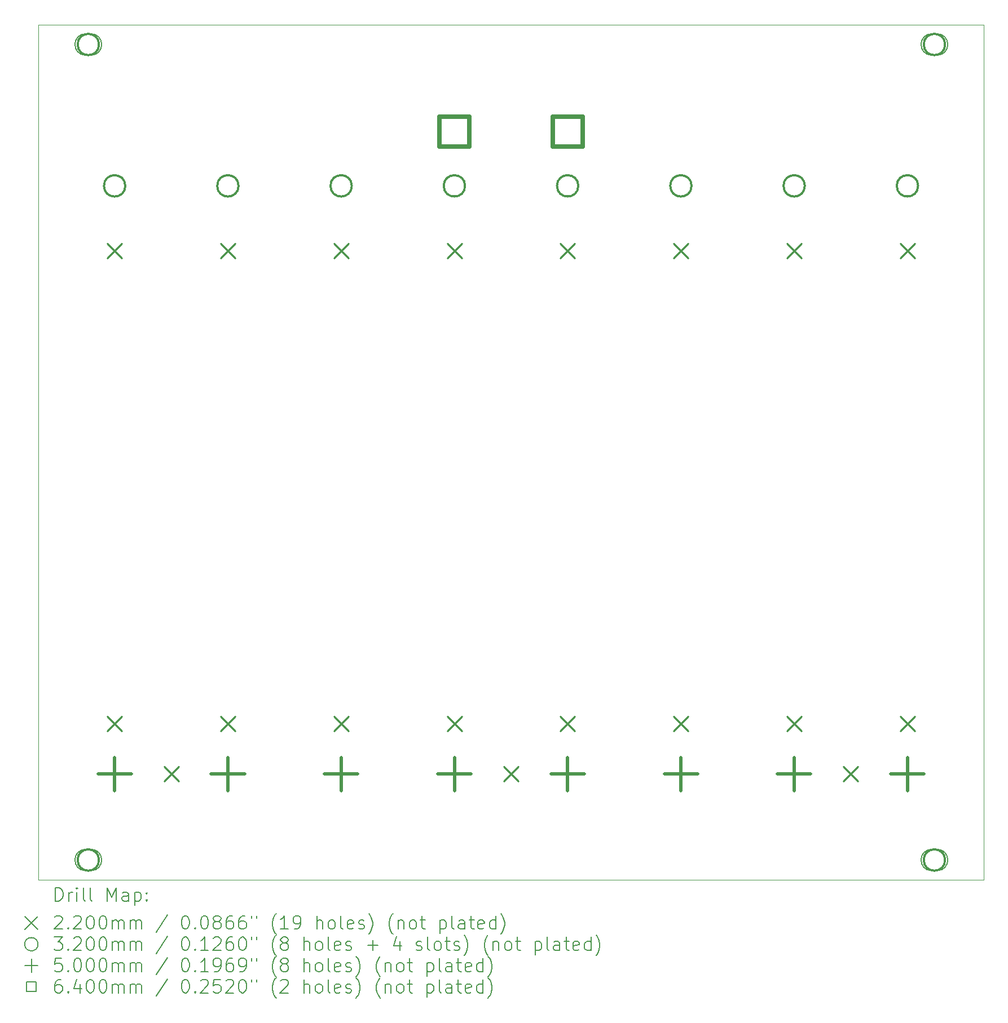
<source format=gbr>
%TF.GenerationSoftware,KiCad,Pcbnew,7.0.8*%
%TF.CreationDate,2024-09-22T21:54:58-04:00*%
%TF.ProjectId,lichen-freddie-panel,6c696368-656e-42d6-9672-65646469652d,1.0*%
%TF.SameCoordinates,Original*%
%TF.FileFunction,Drillmap*%
%TF.FilePolarity,Positive*%
%FSLAX45Y45*%
G04 Gerber Fmt 4.5, Leading zero omitted, Abs format (unit mm)*
G04 Created by KiCad (PCBNEW 7.0.8) date 2024-09-22 21:54:58*
%MOMM*%
%LPD*%
G01*
G04 APERTURE LIST*
%ADD10C,0.100000*%
%ADD11C,0.200000*%
%ADD12C,0.220000*%
%ADD13C,0.320000*%
%ADD14C,0.500000*%
%ADD15C,0.640000*%
G04 APERTURE END LIST*
D10*
X10000000Y-10000000D02*
X24190000Y-10000000D01*
X24190000Y-22850000D01*
X10000000Y-22850000D01*
X10000000Y-10000000D01*
D11*
D12*
X11035000Y-13290800D02*
X11255000Y-13510800D01*
X11255000Y-13290800D02*
X11035000Y-13510800D01*
X11035000Y-20390800D02*
X11255000Y-20610800D01*
X11255000Y-20390800D02*
X11035000Y-20610800D01*
X11885000Y-21147700D02*
X12105000Y-21367700D01*
X12105000Y-21147700D02*
X11885000Y-21367700D01*
X12735000Y-13290800D02*
X12955000Y-13510800D01*
X12955000Y-13290800D02*
X12735000Y-13510800D01*
X12735000Y-20390800D02*
X12955000Y-20610800D01*
X12955000Y-20390800D02*
X12735000Y-20610800D01*
X14435000Y-13290800D02*
X14655000Y-13510800D01*
X14655000Y-13290800D02*
X14435000Y-13510800D01*
X14435000Y-20390800D02*
X14655000Y-20610800D01*
X14655000Y-20390800D02*
X14435000Y-20610800D01*
X16135000Y-13290800D02*
X16355000Y-13510800D01*
X16355000Y-13290800D02*
X16135000Y-13510800D01*
X16135000Y-20390800D02*
X16355000Y-20610800D01*
X16355000Y-20390800D02*
X16135000Y-20610800D01*
X16985000Y-21147700D02*
X17205000Y-21367700D01*
X17205000Y-21147700D02*
X16985000Y-21367700D01*
X17835000Y-13290800D02*
X18055000Y-13510800D01*
X18055000Y-13290800D02*
X17835000Y-13510800D01*
X17835000Y-20390800D02*
X18055000Y-20610800D01*
X18055000Y-20390800D02*
X17835000Y-20610800D01*
X19535000Y-13290800D02*
X19755000Y-13510800D01*
X19755000Y-13290800D02*
X19535000Y-13510800D01*
X19535000Y-20390800D02*
X19755000Y-20610800D01*
X19755000Y-20390800D02*
X19535000Y-20610800D01*
X21235000Y-13290800D02*
X21455000Y-13510800D01*
X21455000Y-13290800D02*
X21235000Y-13510800D01*
X21235000Y-20390800D02*
X21455000Y-20610800D01*
X21455000Y-20390800D02*
X21235000Y-20610800D01*
X22085000Y-21147700D02*
X22305000Y-21367700D01*
X22305000Y-21147700D02*
X22085000Y-21367700D01*
X22935000Y-13290800D02*
X23155000Y-13510800D01*
X23155000Y-13290800D02*
X22935000Y-13510800D01*
X22935000Y-20390800D02*
X23155000Y-20610800D01*
X23155000Y-20390800D02*
X22935000Y-20610800D01*
D13*
X10910000Y-10300000D02*
G75*
G03*
X10910000Y-10300000I-160000J0D01*
G01*
D11*
X10710000Y-10460000D02*
X10790000Y-10460000D01*
X10790000Y-10460000D02*
G75*
G03*
X10790000Y-10140000I0J160000D01*
G01*
X10790000Y-10140000D02*
X10710000Y-10140000D01*
X10710000Y-10140000D02*
G75*
G03*
X10710000Y-10460000I0J-160000D01*
G01*
D13*
X10910000Y-22550000D02*
G75*
G03*
X10910000Y-22550000I-160000J0D01*
G01*
D11*
X10710000Y-22710000D02*
X10790000Y-22710000D01*
X10790000Y-22710000D02*
G75*
G03*
X10790000Y-22390000I0J160000D01*
G01*
X10790000Y-22390000D02*
X10710000Y-22390000D01*
X10710000Y-22390000D02*
G75*
G03*
X10710000Y-22710000I0J-160000D01*
G01*
D13*
X11305000Y-12423400D02*
G75*
G03*
X11305000Y-12423400I-160000J0D01*
G01*
X13005000Y-12423400D02*
G75*
G03*
X13005000Y-12423400I-160000J0D01*
G01*
X14705000Y-12423400D02*
G75*
G03*
X14705000Y-12423400I-160000J0D01*
G01*
X16405000Y-12423400D02*
G75*
G03*
X16405000Y-12423400I-160000J0D01*
G01*
X18105000Y-12423400D02*
G75*
G03*
X18105000Y-12423400I-160000J0D01*
G01*
X19805000Y-12423400D02*
G75*
G03*
X19805000Y-12423400I-160000J0D01*
G01*
X21505000Y-12423400D02*
G75*
G03*
X21505000Y-12423400I-160000J0D01*
G01*
X23205000Y-12423400D02*
G75*
G03*
X23205000Y-12423400I-160000J0D01*
G01*
X23610000Y-10300000D02*
G75*
G03*
X23610000Y-10300000I-160000J0D01*
G01*
D11*
X23490000Y-10140000D02*
X23410000Y-10140000D01*
X23410000Y-10140000D02*
G75*
G03*
X23410000Y-10460000I0J-160000D01*
G01*
X23410000Y-10460000D02*
X23490000Y-10460000D01*
X23490000Y-10460000D02*
G75*
G03*
X23490000Y-10140000I0J160000D01*
G01*
D13*
X23610000Y-22550000D02*
G75*
G03*
X23610000Y-22550000I-160000J0D01*
G01*
D11*
X23490000Y-22390000D02*
X23410000Y-22390000D01*
X23410000Y-22390000D02*
G75*
G03*
X23410000Y-22710000I0J-160000D01*
G01*
X23410000Y-22710000D02*
X23490000Y-22710000D01*
X23490000Y-22710000D02*
G75*
G03*
X23490000Y-22390000I0J160000D01*
G01*
D14*
X11145000Y-21007700D02*
X11145000Y-21507700D01*
X10895000Y-21257700D02*
X11395000Y-21257700D01*
X12845000Y-21007700D02*
X12845000Y-21507700D01*
X12595000Y-21257700D02*
X13095000Y-21257700D01*
X14545000Y-21007700D02*
X14545000Y-21507700D01*
X14295000Y-21257700D02*
X14795000Y-21257700D01*
X16245000Y-21007700D02*
X16245000Y-21507700D01*
X15995000Y-21257700D02*
X16495000Y-21257700D01*
X17945000Y-21007700D02*
X17945000Y-21507700D01*
X17695000Y-21257700D02*
X18195000Y-21257700D01*
X19645000Y-21007700D02*
X19645000Y-21507700D01*
X19395000Y-21257700D02*
X19895000Y-21257700D01*
X21345000Y-21007700D02*
X21345000Y-21507700D01*
X21095000Y-21257700D02*
X21595000Y-21257700D01*
X23045000Y-21007700D02*
X23045000Y-21507700D01*
X22795000Y-21257700D02*
X23295000Y-21257700D01*
D15*
X16471276Y-11837076D02*
X16471276Y-11384524D01*
X16018724Y-11384524D01*
X16018724Y-11837076D01*
X16471276Y-11837076D01*
X18171276Y-11837076D02*
X18171276Y-11384524D01*
X17718724Y-11384524D01*
X17718724Y-11837076D01*
X18171276Y-11837076D01*
D11*
X10255777Y-23166484D02*
X10255777Y-22966484D01*
X10255777Y-22966484D02*
X10303396Y-22966484D01*
X10303396Y-22966484D02*
X10331967Y-22976008D01*
X10331967Y-22976008D02*
X10351015Y-22995055D01*
X10351015Y-22995055D02*
X10360539Y-23014103D01*
X10360539Y-23014103D02*
X10370063Y-23052198D01*
X10370063Y-23052198D02*
X10370063Y-23080769D01*
X10370063Y-23080769D02*
X10360539Y-23118865D01*
X10360539Y-23118865D02*
X10351015Y-23137912D01*
X10351015Y-23137912D02*
X10331967Y-23156960D01*
X10331967Y-23156960D02*
X10303396Y-23166484D01*
X10303396Y-23166484D02*
X10255777Y-23166484D01*
X10455777Y-23166484D02*
X10455777Y-23033150D01*
X10455777Y-23071246D02*
X10465301Y-23052198D01*
X10465301Y-23052198D02*
X10474824Y-23042674D01*
X10474824Y-23042674D02*
X10493872Y-23033150D01*
X10493872Y-23033150D02*
X10512920Y-23033150D01*
X10579586Y-23166484D02*
X10579586Y-23033150D01*
X10579586Y-22966484D02*
X10570063Y-22976008D01*
X10570063Y-22976008D02*
X10579586Y-22985531D01*
X10579586Y-22985531D02*
X10589110Y-22976008D01*
X10589110Y-22976008D02*
X10579586Y-22966484D01*
X10579586Y-22966484D02*
X10579586Y-22985531D01*
X10703396Y-23166484D02*
X10684348Y-23156960D01*
X10684348Y-23156960D02*
X10674824Y-23137912D01*
X10674824Y-23137912D02*
X10674824Y-22966484D01*
X10808158Y-23166484D02*
X10789110Y-23156960D01*
X10789110Y-23156960D02*
X10779586Y-23137912D01*
X10779586Y-23137912D02*
X10779586Y-22966484D01*
X11036729Y-23166484D02*
X11036729Y-22966484D01*
X11036729Y-22966484D02*
X11103396Y-23109341D01*
X11103396Y-23109341D02*
X11170063Y-22966484D01*
X11170063Y-22966484D02*
X11170063Y-23166484D01*
X11351015Y-23166484D02*
X11351015Y-23061722D01*
X11351015Y-23061722D02*
X11341491Y-23042674D01*
X11341491Y-23042674D02*
X11322443Y-23033150D01*
X11322443Y-23033150D02*
X11284348Y-23033150D01*
X11284348Y-23033150D02*
X11265301Y-23042674D01*
X11351015Y-23156960D02*
X11331967Y-23166484D01*
X11331967Y-23166484D02*
X11284348Y-23166484D01*
X11284348Y-23166484D02*
X11265301Y-23156960D01*
X11265301Y-23156960D02*
X11255777Y-23137912D01*
X11255777Y-23137912D02*
X11255777Y-23118865D01*
X11255777Y-23118865D02*
X11265301Y-23099817D01*
X11265301Y-23099817D02*
X11284348Y-23090293D01*
X11284348Y-23090293D02*
X11331967Y-23090293D01*
X11331967Y-23090293D02*
X11351015Y-23080769D01*
X11446253Y-23033150D02*
X11446253Y-23233150D01*
X11446253Y-23042674D02*
X11465301Y-23033150D01*
X11465301Y-23033150D02*
X11503396Y-23033150D01*
X11503396Y-23033150D02*
X11522443Y-23042674D01*
X11522443Y-23042674D02*
X11531967Y-23052198D01*
X11531967Y-23052198D02*
X11541491Y-23071246D01*
X11541491Y-23071246D02*
X11541491Y-23128388D01*
X11541491Y-23128388D02*
X11531967Y-23147436D01*
X11531967Y-23147436D02*
X11522443Y-23156960D01*
X11522443Y-23156960D02*
X11503396Y-23166484D01*
X11503396Y-23166484D02*
X11465301Y-23166484D01*
X11465301Y-23166484D02*
X11446253Y-23156960D01*
X11627205Y-23147436D02*
X11636729Y-23156960D01*
X11636729Y-23156960D02*
X11627205Y-23166484D01*
X11627205Y-23166484D02*
X11617682Y-23156960D01*
X11617682Y-23156960D02*
X11627205Y-23147436D01*
X11627205Y-23147436D02*
X11627205Y-23166484D01*
X11627205Y-23042674D02*
X11636729Y-23052198D01*
X11636729Y-23052198D02*
X11627205Y-23061722D01*
X11627205Y-23061722D02*
X11617682Y-23052198D01*
X11617682Y-23052198D02*
X11627205Y-23042674D01*
X11627205Y-23042674D02*
X11627205Y-23061722D01*
X9795000Y-23395000D02*
X9995000Y-23595000D01*
X9995000Y-23395000D02*
X9795000Y-23595000D01*
X10246253Y-23405531D02*
X10255777Y-23396008D01*
X10255777Y-23396008D02*
X10274824Y-23386484D01*
X10274824Y-23386484D02*
X10322444Y-23386484D01*
X10322444Y-23386484D02*
X10341491Y-23396008D01*
X10341491Y-23396008D02*
X10351015Y-23405531D01*
X10351015Y-23405531D02*
X10360539Y-23424579D01*
X10360539Y-23424579D02*
X10360539Y-23443627D01*
X10360539Y-23443627D02*
X10351015Y-23472198D01*
X10351015Y-23472198D02*
X10236729Y-23586484D01*
X10236729Y-23586484D02*
X10360539Y-23586484D01*
X10446253Y-23567436D02*
X10455777Y-23576960D01*
X10455777Y-23576960D02*
X10446253Y-23586484D01*
X10446253Y-23586484D02*
X10436729Y-23576960D01*
X10436729Y-23576960D02*
X10446253Y-23567436D01*
X10446253Y-23567436D02*
X10446253Y-23586484D01*
X10531967Y-23405531D02*
X10541491Y-23396008D01*
X10541491Y-23396008D02*
X10560539Y-23386484D01*
X10560539Y-23386484D02*
X10608158Y-23386484D01*
X10608158Y-23386484D02*
X10627205Y-23396008D01*
X10627205Y-23396008D02*
X10636729Y-23405531D01*
X10636729Y-23405531D02*
X10646253Y-23424579D01*
X10646253Y-23424579D02*
X10646253Y-23443627D01*
X10646253Y-23443627D02*
X10636729Y-23472198D01*
X10636729Y-23472198D02*
X10522444Y-23586484D01*
X10522444Y-23586484D02*
X10646253Y-23586484D01*
X10770063Y-23386484D02*
X10789110Y-23386484D01*
X10789110Y-23386484D02*
X10808158Y-23396008D01*
X10808158Y-23396008D02*
X10817682Y-23405531D01*
X10817682Y-23405531D02*
X10827205Y-23424579D01*
X10827205Y-23424579D02*
X10836729Y-23462674D01*
X10836729Y-23462674D02*
X10836729Y-23510293D01*
X10836729Y-23510293D02*
X10827205Y-23548388D01*
X10827205Y-23548388D02*
X10817682Y-23567436D01*
X10817682Y-23567436D02*
X10808158Y-23576960D01*
X10808158Y-23576960D02*
X10789110Y-23586484D01*
X10789110Y-23586484D02*
X10770063Y-23586484D01*
X10770063Y-23586484D02*
X10751015Y-23576960D01*
X10751015Y-23576960D02*
X10741491Y-23567436D01*
X10741491Y-23567436D02*
X10731967Y-23548388D01*
X10731967Y-23548388D02*
X10722444Y-23510293D01*
X10722444Y-23510293D02*
X10722444Y-23462674D01*
X10722444Y-23462674D02*
X10731967Y-23424579D01*
X10731967Y-23424579D02*
X10741491Y-23405531D01*
X10741491Y-23405531D02*
X10751015Y-23396008D01*
X10751015Y-23396008D02*
X10770063Y-23386484D01*
X10960539Y-23386484D02*
X10979586Y-23386484D01*
X10979586Y-23386484D02*
X10998634Y-23396008D01*
X10998634Y-23396008D02*
X11008158Y-23405531D01*
X11008158Y-23405531D02*
X11017682Y-23424579D01*
X11017682Y-23424579D02*
X11027205Y-23462674D01*
X11027205Y-23462674D02*
X11027205Y-23510293D01*
X11027205Y-23510293D02*
X11017682Y-23548388D01*
X11017682Y-23548388D02*
X11008158Y-23567436D01*
X11008158Y-23567436D02*
X10998634Y-23576960D01*
X10998634Y-23576960D02*
X10979586Y-23586484D01*
X10979586Y-23586484D02*
X10960539Y-23586484D01*
X10960539Y-23586484D02*
X10941491Y-23576960D01*
X10941491Y-23576960D02*
X10931967Y-23567436D01*
X10931967Y-23567436D02*
X10922444Y-23548388D01*
X10922444Y-23548388D02*
X10912920Y-23510293D01*
X10912920Y-23510293D02*
X10912920Y-23462674D01*
X10912920Y-23462674D02*
X10922444Y-23424579D01*
X10922444Y-23424579D02*
X10931967Y-23405531D01*
X10931967Y-23405531D02*
X10941491Y-23396008D01*
X10941491Y-23396008D02*
X10960539Y-23386484D01*
X11112920Y-23586484D02*
X11112920Y-23453150D01*
X11112920Y-23472198D02*
X11122444Y-23462674D01*
X11122444Y-23462674D02*
X11141491Y-23453150D01*
X11141491Y-23453150D02*
X11170063Y-23453150D01*
X11170063Y-23453150D02*
X11189110Y-23462674D01*
X11189110Y-23462674D02*
X11198634Y-23481722D01*
X11198634Y-23481722D02*
X11198634Y-23586484D01*
X11198634Y-23481722D02*
X11208158Y-23462674D01*
X11208158Y-23462674D02*
X11227205Y-23453150D01*
X11227205Y-23453150D02*
X11255777Y-23453150D01*
X11255777Y-23453150D02*
X11274824Y-23462674D01*
X11274824Y-23462674D02*
X11284348Y-23481722D01*
X11284348Y-23481722D02*
X11284348Y-23586484D01*
X11379586Y-23586484D02*
X11379586Y-23453150D01*
X11379586Y-23472198D02*
X11389110Y-23462674D01*
X11389110Y-23462674D02*
X11408158Y-23453150D01*
X11408158Y-23453150D02*
X11436729Y-23453150D01*
X11436729Y-23453150D02*
X11455777Y-23462674D01*
X11455777Y-23462674D02*
X11465301Y-23481722D01*
X11465301Y-23481722D02*
X11465301Y-23586484D01*
X11465301Y-23481722D02*
X11474824Y-23462674D01*
X11474824Y-23462674D02*
X11493872Y-23453150D01*
X11493872Y-23453150D02*
X11522443Y-23453150D01*
X11522443Y-23453150D02*
X11541491Y-23462674D01*
X11541491Y-23462674D02*
X11551015Y-23481722D01*
X11551015Y-23481722D02*
X11551015Y-23586484D01*
X11941491Y-23376960D02*
X11770063Y-23634103D01*
X12198634Y-23386484D02*
X12217682Y-23386484D01*
X12217682Y-23386484D02*
X12236729Y-23396008D01*
X12236729Y-23396008D02*
X12246253Y-23405531D01*
X12246253Y-23405531D02*
X12255777Y-23424579D01*
X12255777Y-23424579D02*
X12265301Y-23462674D01*
X12265301Y-23462674D02*
X12265301Y-23510293D01*
X12265301Y-23510293D02*
X12255777Y-23548388D01*
X12255777Y-23548388D02*
X12246253Y-23567436D01*
X12246253Y-23567436D02*
X12236729Y-23576960D01*
X12236729Y-23576960D02*
X12217682Y-23586484D01*
X12217682Y-23586484D02*
X12198634Y-23586484D01*
X12198634Y-23586484D02*
X12179586Y-23576960D01*
X12179586Y-23576960D02*
X12170063Y-23567436D01*
X12170063Y-23567436D02*
X12160539Y-23548388D01*
X12160539Y-23548388D02*
X12151015Y-23510293D01*
X12151015Y-23510293D02*
X12151015Y-23462674D01*
X12151015Y-23462674D02*
X12160539Y-23424579D01*
X12160539Y-23424579D02*
X12170063Y-23405531D01*
X12170063Y-23405531D02*
X12179586Y-23396008D01*
X12179586Y-23396008D02*
X12198634Y-23386484D01*
X12351015Y-23567436D02*
X12360539Y-23576960D01*
X12360539Y-23576960D02*
X12351015Y-23586484D01*
X12351015Y-23586484D02*
X12341491Y-23576960D01*
X12341491Y-23576960D02*
X12351015Y-23567436D01*
X12351015Y-23567436D02*
X12351015Y-23586484D01*
X12484348Y-23386484D02*
X12503396Y-23386484D01*
X12503396Y-23386484D02*
X12522444Y-23396008D01*
X12522444Y-23396008D02*
X12531967Y-23405531D01*
X12531967Y-23405531D02*
X12541491Y-23424579D01*
X12541491Y-23424579D02*
X12551015Y-23462674D01*
X12551015Y-23462674D02*
X12551015Y-23510293D01*
X12551015Y-23510293D02*
X12541491Y-23548388D01*
X12541491Y-23548388D02*
X12531967Y-23567436D01*
X12531967Y-23567436D02*
X12522444Y-23576960D01*
X12522444Y-23576960D02*
X12503396Y-23586484D01*
X12503396Y-23586484D02*
X12484348Y-23586484D01*
X12484348Y-23586484D02*
X12465301Y-23576960D01*
X12465301Y-23576960D02*
X12455777Y-23567436D01*
X12455777Y-23567436D02*
X12446253Y-23548388D01*
X12446253Y-23548388D02*
X12436729Y-23510293D01*
X12436729Y-23510293D02*
X12436729Y-23462674D01*
X12436729Y-23462674D02*
X12446253Y-23424579D01*
X12446253Y-23424579D02*
X12455777Y-23405531D01*
X12455777Y-23405531D02*
X12465301Y-23396008D01*
X12465301Y-23396008D02*
X12484348Y-23386484D01*
X12665301Y-23472198D02*
X12646253Y-23462674D01*
X12646253Y-23462674D02*
X12636729Y-23453150D01*
X12636729Y-23453150D02*
X12627206Y-23434103D01*
X12627206Y-23434103D02*
X12627206Y-23424579D01*
X12627206Y-23424579D02*
X12636729Y-23405531D01*
X12636729Y-23405531D02*
X12646253Y-23396008D01*
X12646253Y-23396008D02*
X12665301Y-23386484D01*
X12665301Y-23386484D02*
X12703396Y-23386484D01*
X12703396Y-23386484D02*
X12722444Y-23396008D01*
X12722444Y-23396008D02*
X12731967Y-23405531D01*
X12731967Y-23405531D02*
X12741491Y-23424579D01*
X12741491Y-23424579D02*
X12741491Y-23434103D01*
X12741491Y-23434103D02*
X12731967Y-23453150D01*
X12731967Y-23453150D02*
X12722444Y-23462674D01*
X12722444Y-23462674D02*
X12703396Y-23472198D01*
X12703396Y-23472198D02*
X12665301Y-23472198D01*
X12665301Y-23472198D02*
X12646253Y-23481722D01*
X12646253Y-23481722D02*
X12636729Y-23491246D01*
X12636729Y-23491246D02*
X12627206Y-23510293D01*
X12627206Y-23510293D02*
X12627206Y-23548388D01*
X12627206Y-23548388D02*
X12636729Y-23567436D01*
X12636729Y-23567436D02*
X12646253Y-23576960D01*
X12646253Y-23576960D02*
X12665301Y-23586484D01*
X12665301Y-23586484D02*
X12703396Y-23586484D01*
X12703396Y-23586484D02*
X12722444Y-23576960D01*
X12722444Y-23576960D02*
X12731967Y-23567436D01*
X12731967Y-23567436D02*
X12741491Y-23548388D01*
X12741491Y-23548388D02*
X12741491Y-23510293D01*
X12741491Y-23510293D02*
X12731967Y-23491246D01*
X12731967Y-23491246D02*
X12722444Y-23481722D01*
X12722444Y-23481722D02*
X12703396Y-23472198D01*
X12912920Y-23386484D02*
X12874825Y-23386484D01*
X12874825Y-23386484D02*
X12855777Y-23396008D01*
X12855777Y-23396008D02*
X12846253Y-23405531D01*
X12846253Y-23405531D02*
X12827206Y-23434103D01*
X12827206Y-23434103D02*
X12817682Y-23472198D01*
X12817682Y-23472198D02*
X12817682Y-23548388D01*
X12817682Y-23548388D02*
X12827206Y-23567436D01*
X12827206Y-23567436D02*
X12836729Y-23576960D01*
X12836729Y-23576960D02*
X12855777Y-23586484D01*
X12855777Y-23586484D02*
X12893872Y-23586484D01*
X12893872Y-23586484D02*
X12912920Y-23576960D01*
X12912920Y-23576960D02*
X12922444Y-23567436D01*
X12922444Y-23567436D02*
X12931967Y-23548388D01*
X12931967Y-23548388D02*
X12931967Y-23500769D01*
X12931967Y-23500769D02*
X12922444Y-23481722D01*
X12922444Y-23481722D02*
X12912920Y-23472198D01*
X12912920Y-23472198D02*
X12893872Y-23462674D01*
X12893872Y-23462674D02*
X12855777Y-23462674D01*
X12855777Y-23462674D02*
X12836729Y-23472198D01*
X12836729Y-23472198D02*
X12827206Y-23481722D01*
X12827206Y-23481722D02*
X12817682Y-23500769D01*
X13103396Y-23386484D02*
X13065301Y-23386484D01*
X13065301Y-23386484D02*
X13046253Y-23396008D01*
X13046253Y-23396008D02*
X13036729Y-23405531D01*
X13036729Y-23405531D02*
X13017682Y-23434103D01*
X13017682Y-23434103D02*
X13008158Y-23472198D01*
X13008158Y-23472198D02*
X13008158Y-23548388D01*
X13008158Y-23548388D02*
X13017682Y-23567436D01*
X13017682Y-23567436D02*
X13027206Y-23576960D01*
X13027206Y-23576960D02*
X13046253Y-23586484D01*
X13046253Y-23586484D02*
X13084348Y-23586484D01*
X13084348Y-23586484D02*
X13103396Y-23576960D01*
X13103396Y-23576960D02*
X13112920Y-23567436D01*
X13112920Y-23567436D02*
X13122444Y-23548388D01*
X13122444Y-23548388D02*
X13122444Y-23500769D01*
X13122444Y-23500769D02*
X13112920Y-23481722D01*
X13112920Y-23481722D02*
X13103396Y-23472198D01*
X13103396Y-23472198D02*
X13084348Y-23462674D01*
X13084348Y-23462674D02*
X13046253Y-23462674D01*
X13046253Y-23462674D02*
X13027206Y-23472198D01*
X13027206Y-23472198D02*
X13017682Y-23481722D01*
X13017682Y-23481722D02*
X13008158Y-23500769D01*
X13198634Y-23386484D02*
X13198634Y-23424579D01*
X13274825Y-23386484D02*
X13274825Y-23424579D01*
X13570063Y-23662674D02*
X13560539Y-23653150D01*
X13560539Y-23653150D02*
X13541491Y-23624579D01*
X13541491Y-23624579D02*
X13531968Y-23605531D01*
X13531968Y-23605531D02*
X13522444Y-23576960D01*
X13522444Y-23576960D02*
X13512920Y-23529341D01*
X13512920Y-23529341D02*
X13512920Y-23491246D01*
X13512920Y-23491246D02*
X13522444Y-23443627D01*
X13522444Y-23443627D02*
X13531968Y-23415055D01*
X13531968Y-23415055D02*
X13541491Y-23396008D01*
X13541491Y-23396008D02*
X13560539Y-23367436D01*
X13560539Y-23367436D02*
X13570063Y-23357912D01*
X13751015Y-23586484D02*
X13636729Y-23586484D01*
X13693872Y-23586484D02*
X13693872Y-23386484D01*
X13693872Y-23386484D02*
X13674825Y-23415055D01*
X13674825Y-23415055D02*
X13655777Y-23434103D01*
X13655777Y-23434103D02*
X13636729Y-23443627D01*
X13846253Y-23586484D02*
X13884348Y-23586484D01*
X13884348Y-23586484D02*
X13903396Y-23576960D01*
X13903396Y-23576960D02*
X13912920Y-23567436D01*
X13912920Y-23567436D02*
X13931968Y-23538865D01*
X13931968Y-23538865D02*
X13941491Y-23500769D01*
X13941491Y-23500769D02*
X13941491Y-23424579D01*
X13941491Y-23424579D02*
X13931968Y-23405531D01*
X13931968Y-23405531D02*
X13922444Y-23396008D01*
X13922444Y-23396008D02*
X13903396Y-23386484D01*
X13903396Y-23386484D02*
X13865301Y-23386484D01*
X13865301Y-23386484D02*
X13846253Y-23396008D01*
X13846253Y-23396008D02*
X13836729Y-23405531D01*
X13836729Y-23405531D02*
X13827206Y-23424579D01*
X13827206Y-23424579D02*
X13827206Y-23472198D01*
X13827206Y-23472198D02*
X13836729Y-23491246D01*
X13836729Y-23491246D02*
X13846253Y-23500769D01*
X13846253Y-23500769D02*
X13865301Y-23510293D01*
X13865301Y-23510293D02*
X13903396Y-23510293D01*
X13903396Y-23510293D02*
X13922444Y-23500769D01*
X13922444Y-23500769D02*
X13931968Y-23491246D01*
X13931968Y-23491246D02*
X13941491Y-23472198D01*
X14179587Y-23586484D02*
X14179587Y-23386484D01*
X14265301Y-23586484D02*
X14265301Y-23481722D01*
X14265301Y-23481722D02*
X14255777Y-23462674D01*
X14255777Y-23462674D02*
X14236730Y-23453150D01*
X14236730Y-23453150D02*
X14208158Y-23453150D01*
X14208158Y-23453150D02*
X14189110Y-23462674D01*
X14189110Y-23462674D02*
X14179587Y-23472198D01*
X14389110Y-23586484D02*
X14370063Y-23576960D01*
X14370063Y-23576960D02*
X14360539Y-23567436D01*
X14360539Y-23567436D02*
X14351015Y-23548388D01*
X14351015Y-23548388D02*
X14351015Y-23491246D01*
X14351015Y-23491246D02*
X14360539Y-23472198D01*
X14360539Y-23472198D02*
X14370063Y-23462674D01*
X14370063Y-23462674D02*
X14389110Y-23453150D01*
X14389110Y-23453150D02*
X14417682Y-23453150D01*
X14417682Y-23453150D02*
X14436730Y-23462674D01*
X14436730Y-23462674D02*
X14446253Y-23472198D01*
X14446253Y-23472198D02*
X14455777Y-23491246D01*
X14455777Y-23491246D02*
X14455777Y-23548388D01*
X14455777Y-23548388D02*
X14446253Y-23567436D01*
X14446253Y-23567436D02*
X14436730Y-23576960D01*
X14436730Y-23576960D02*
X14417682Y-23586484D01*
X14417682Y-23586484D02*
X14389110Y-23586484D01*
X14570063Y-23586484D02*
X14551015Y-23576960D01*
X14551015Y-23576960D02*
X14541491Y-23557912D01*
X14541491Y-23557912D02*
X14541491Y-23386484D01*
X14722444Y-23576960D02*
X14703396Y-23586484D01*
X14703396Y-23586484D02*
X14665301Y-23586484D01*
X14665301Y-23586484D02*
X14646253Y-23576960D01*
X14646253Y-23576960D02*
X14636730Y-23557912D01*
X14636730Y-23557912D02*
X14636730Y-23481722D01*
X14636730Y-23481722D02*
X14646253Y-23462674D01*
X14646253Y-23462674D02*
X14665301Y-23453150D01*
X14665301Y-23453150D02*
X14703396Y-23453150D01*
X14703396Y-23453150D02*
X14722444Y-23462674D01*
X14722444Y-23462674D02*
X14731968Y-23481722D01*
X14731968Y-23481722D02*
X14731968Y-23500769D01*
X14731968Y-23500769D02*
X14636730Y-23519817D01*
X14808158Y-23576960D02*
X14827206Y-23586484D01*
X14827206Y-23586484D02*
X14865301Y-23586484D01*
X14865301Y-23586484D02*
X14884349Y-23576960D01*
X14884349Y-23576960D02*
X14893872Y-23557912D01*
X14893872Y-23557912D02*
X14893872Y-23548388D01*
X14893872Y-23548388D02*
X14884349Y-23529341D01*
X14884349Y-23529341D02*
X14865301Y-23519817D01*
X14865301Y-23519817D02*
X14836730Y-23519817D01*
X14836730Y-23519817D02*
X14817682Y-23510293D01*
X14817682Y-23510293D02*
X14808158Y-23491246D01*
X14808158Y-23491246D02*
X14808158Y-23481722D01*
X14808158Y-23481722D02*
X14817682Y-23462674D01*
X14817682Y-23462674D02*
X14836730Y-23453150D01*
X14836730Y-23453150D02*
X14865301Y-23453150D01*
X14865301Y-23453150D02*
X14884349Y-23462674D01*
X14960539Y-23662674D02*
X14970063Y-23653150D01*
X14970063Y-23653150D02*
X14989111Y-23624579D01*
X14989111Y-23624579D02*
X14998634Y-23605531D01*
X14998634Y-23605531D02*
X15008158Y-23576960D01*
X15008158Y-23576960D02*
X15017682Y-23529341D01*
X15017682Y-23529341D02*
X15017682Y-23491246D01*
X15017682Y-23491246D02*
X15008158Y-23443627D01*
X15008158Y-23443627D02*
X14998634Y-23415055D01*
X14998634Y-23415055D02*
X14989111Y-23396008D01*
X14989111Y-23396008D02*
X14970063Y-23367436D01*
X14970063Y-23367436D02*
X14960539Y-23357912D01*
X15322444Y-23662674D02*
X15312920Y-23653150D01*
X15312920Y-23653150D02*
X15293872Y-23624579D01*
X15293872Y-23624579D02*
X15284349Y-23605531D01*
X15284349Y-23605531D02*
X15274825Y-23576960D01*
X15274825Y-23576960D02*
X15265301Y-23529341D01*
X15265301Y-23529341D02*
X15265301Y-23491246D01*
X15265301Y-23491246D02*
X15274825Y-23443627D01*
X15274825Y-23443627D02*
X15284349Y-23415055D01*
X15284349Y-23415055D02*
X15293872Y-23396008D01*
X15293872Y-23396008D02*
X15312920Y-23367436D01*
X15312920Y-23367436D02*
X15322444Y-23357912D01*
X15398634Y-23453150D02*
X15398634Y-23586484D01*
X15398634Y-23472198D02*
X15408158Y-23462674D01*
X15408158Y-23462674D02*
X15427206Y-23453150D01*
X15427206Y-23453150D02*
X15455777Y-23453150D01*
X15455777Y-23453150D02*
X15474825Y-23462674D01*
X15474825Y-23462674D02*
X15484349Y-23481722D01*
X15484349Y-23481722D02*
X15484349Y-23586484D01*
X15608158Y-23586484D02*
X15589111Y-23576960D01*
X15589111Y-23576960D02*
X15579587Y-23567436D01*
X15579587Y-23567436D02*
X15570063Y-23548388D01*
X15570063Y-23548388D02*
X15570063Y-23491246D01*
X15570063Y-23491246D02*
X15579587Y-23472198D01*
X15579587Y-23472198D02*
X15589111Y-23462674D01*
X15589111Y-23462674D02*
X15608158Y-23453150D01*
X15608158Y-23453150D02*
X15636730Y-23453150D01*
X15636730Y-23453150D02*
X15655777Y-23462674D01*
X15655777Y-23462674D02*
X15665301Y-23472198D01*
X15665301Y-23472198D02*
X15674825Y-23491246D01*
X15674825Y-23491246D02*
X15674825Y-23548388D01*
X15674825Y-23548388D02*
X15665301Y-23567436D01*
X15665301Y-23567436D02*
X15655777Y-23576960D01*
X15655777Y-23576960D02*
X15636730Y-23586484D01*
X15636730Y-23586484D02*
X15608158Y-23586484D01*
X15731968Y-23453150D02*
X15808158Y-23453150D01*
X15760539Y-23386484D02*
X15760539Y-23557912D01*
X15760539Y-23557912D02*
X15770063Y-23576960D01*
X15770063Y-23576960D02*
X15789111Y-23586484D01*
X15789111Y-23586484D02*
X15808158Y-23586484D01*
X16027206Y-23453150D02*
X16027206Y-23653150D01*
X16027206Y-23462674D02*
X16046253Y-23453150D01*
X16046253Y-23453150D02*
X16084349Y-23453150D01*
X16084349Y-23453150D02*
X16103396Y-23462674D01*
X16103396Y-23462674D02*
X16112920Y-23472198D01*
X16112920Y-23472198D02*
X16122444Y-23491246D01*
X16122444Y-23491246D02*
X16122444Y-23548388D01*
X16122444Y-23548388D02*
X16112920Y-23567436D01*
X16112920Y-23567436D02*
X16103396Y-23576960D01*
X16103396Y-23576960D02*
X16084349Y-23586484D01*
X16084349Y-23586484D02*
X16046253Y-23586484D01*
X16046253Y-23586484D02*
X16027206Y-23576960D01*
X16236730Y-23586484D02*
X16217682Y-23576960D01*
X16217682Y-23576960D02*
X16208158Y-23557912D01*
X16208158Y-23557912D02*
X16208158Y-23386484D01*
X16398634Y-23586484D02*
X16398634Y-23481722D01*
X16398634Y-23481722D02*
X16389111Y-23462674D01*
X16389111Y-23462674D02*
X16370063Y-23453150D01*
X16370063Y-23453150D02*
X16331968Y-23453150D01*
X16331968Y-23453150D02*
X16312920Y-23462674D01*
X16398634Y-23576960D02*
X16379587Y-23586484D01*
X16379587Y-23586484D02*
X16331968Y-23586484D01*
X16331968Y-23586484D02*
X16312920Y-23576960D01*
X16312920Y-23576960D02*
X16303396Y-23557912D01*
X16303396Y-23557912D02*
X16303396Y-23538865D01*
X16303396Y-23538865D02*
X16312920Y-23519817D01*
X16312920Y-23519817D02*
X16331968Y-23510293D01*
X16331968Y-23510293D02*
X16379587Y-23510293D01*
X16379587Y-23510293D02*
X16398634Y-23500769D01*
X16465301Y-23453150D02*
X16541492Y-23453150D01*
X16493873Y-23386484D02*
X16493873Y-23557912D01*
X16493873Y-23557912D02*
X16503396Y-23576960D01*
X16503396Y-23576960D02*
X16522444Y-23586484D01*
X16522444Y-23586484D02*
X16541492Y-23586484D01*
X16684349Y-23576960D02*
X16665301Y-23586484D01*
X16665301Y-23586484D02*
X16627206Y-23586484D01*
X16627206Y-23586484D02*
X16608158Y-23576960D01*
X16608158Y-23576960D02*
X16598634Y-23557912D01*
X16598634Y-23557912D02*
X16598634Y-23481722D01*
X16598634Y-23481722D02*
X16608158Y-23462674D01*
X16608158Y-23462674D02*
X16627206Y-23453150D01*
X16627206Y-23453150D02*
X16665301Y-23453150D01*
X16665301Y-23453150D02*
X16684349Y-23462674D01*
X16684349Y-23462674D02*
X16693873Y-23481722D01*
X16693873Y-23481722D02*
X16693873Y-23500769D01*
X16693873Y-23500769D02*
X16598634Y-23519817D01*
X16865301Y-23586484D02*
X16865301Y-23386484D01*
X16865301Y-23576960D02*
X16846254Y-23586484D01*
X16846254Y-23586484D02*
X16808158Y-23586484D01*
X16808158Y-23586484D02*
X16789111Y-23576960D01*
X16789111Y-23576960D02*
X16779587Y-23567436D01*
X16779587Y-23567436D02*
X16770063Y-23548388D01*
X16770063Y-23548388D02*
X16770063Y-23491246D01*
X16770063Y-23491246D02*
X16779587Y-23472198D01*
X16779587Y-23472198D02*
X16789111Y-23462674D01*
X16789111Y-23462674D02*
X16808158Y-23453150D01*
X16808158Y-23453150D02*
X16846254Y-23453150D01*
X16846254Y-23453150D02*
X16865301Y-23462674D01*
X16941492Y-23662674D02*
X16951016Y-23653150D01*
X16951016Y-23653150D02*
X16970063Y-23624579D01*
X16970063Y-23624579D02*
X16979587Y-23605531D01*
X16979587Y-23605531D02*
X16989111Y-23576960D01*
X16989111Y-23576960D02*
X16998635Y-23529341D01*
X16998635Y-23529341D02*
X16998635Y-23491246D01*
X16998635Y-23491246D02*
X16989111Y-23443627D01*
X16989111Y-23443627D02*
X16979587Y-23415055D01*
X16979587Y-23415055D02*
X16970063Y-23396008D01*
X16970063Y-23396008D02*
X16951016Y-23367436D01*
X16951016Y-23367436D02*
X16941492Y-23357912D01*
X9995000Y-23815000D02*
G75*
G03*
X9995000Y-23815000I-100000J0D01*
G01*
X10236729Y-23706484D02*
X10360539Y-23706484D01*
X10360539Y-23706484D02*
X10293872Y-23782674D01*
X10293872Y-23782674D02*
X10322444Y-23782674D01*
X10322444Y-23782674D02*
X10341491Y-23792198D01*
X10341491Y-23792198D02*
X10351015Y-23801722D01*
X10351015Y-23801722D02*
X10360539Y-23820769D01*
X10360539Y-23820769D02*
X10360539Y-23868388D01*
X10360539Y-23868388D02*
X10351015Y-23887436D01*
X10351015Y-23887436D02*
X10341491Y-23896960D01*
X10341491Y-23896960D02*
X10322444Y-23906484D01*
X10322444Y-23906484D02*
X10265301Y-23906484D01*
X10265301Y-23906484D02*
X10246253Y-23896960D01*
X10246253Y-23896960D02*
X10236729Y-23887436D01*
X10446253Y-23887436D02*
X10455777Y-23896960D01*
X10455777Y-23896960D02*
X10446253Y-23906484D01*
X10446253Y-23906484D02*
X10436729Y-23896960D01*
X10436729Y-23896960D02*
X10446253Y-23887436D01*
X10446253Y-23887436D02*
X10446253Y-23906484D01*
X10531967Y-23725531D02*
X10541491Y-23716008D01*
X10541491Y-23716008D02*
X10560539Y-23706484D01*
X10560539Y-23706484D02*
X10608158Y-23706484D01*
X10608158Y-23706484D02*
X10627205Y-23716008D01*
X10627205Y-23716008D02*
X10636729Y-23725531D01*
X10636729Y-23725531D02*
X10646253Y-23744579D01*
X10646253Y-23744579D02*
X10646253Y-23763627D01*
X10646253Y-23763627D02*
X10636729Y-23792198D01*
X10636729Y-23792198D02*
X10522444Y-23906484D01*
X10522444Y-23906484D02*
X10646253Y-23906484D01*
X10770063Y-23706484D02*
X10789110Y-23706484D01*
X10789110Y-23706484D02*
X10808158Y-23716008D01*
X10808158Y-23716008D02*
X10817682Y-23725531D01*
X10817682Y-23725531D02*
X10827205Y-23744579D01*
X10827205Y-23744579D02*
X10836729Y-23782674D01*
X10836729Y-23782674D02*
X10836729Y-23830293D01*
X10836729Y-23830293D02*
X10827205Y-23868388D01*
X10827205Y-23868388D02*
X10817682Y-23887436D01*
X10817682Y-23887436D02*
X10808158Y-23896960D01*
X10808158Y-23896960D02*
X10789110Y-23906484D01*
X10789110Y-23906484D02*
X10770063Y-23906484D01*
X10770063Y-23906484D02*
X10751015Y-23896960D01*
X10751015Y-23896960D02*
X10741491Y-23887436D01*
X10741491Y-23887436D02*
X10731967Y-23868388D01*
X10731967Y-23868388D02*
X10722444Y-23830293D01*
X10722444Y-23830293D02*
X10722444Y-23782674D01*
X10722444Y-23782674D02*
X10731967Y-23744579D01*
X10731967Y-23744579D02*
X10741491Y-23725531D01*
X10741491Y-23725531D02*
X10751015Y-23716008D01*
X10751015Y-23716008D02*
X10770063Y-23706484D01*
X10960539Y-23706484D02*
X10979586Y-23706484D01*
X10979586Y-23706484D02*
X10998634Y-23716008D01*
X10998634Y-23716008D02*
X11008158Y-23725531D01*
X11008158Y-23725531D02*
X11017682Y-23744579D01*
X11017682Y-23744579D02*
X11027205Y-23782674D01*
X11027205Y-23782674D02*
X11027205Y-23830293D01*
X11027205Y-23830293D02*
X11017682Y-23868388D01*
X11017682Y-23868388D02*
X11008158Y-23887436D01*
X11008158Y-23887436D02*
X10998634Y-23896960D01*
X10998634Y-23896960D02*
X10979586Y-23906484D01*
X10979586Y-23906484D02*
X10960539Y-23906484D01*
X10960539Y-23906484D02*
X10941491Y-23896960D01*
X10941491Y-23896960D02*
X10931967Y-23887436D01*
X10931967Y-23887436D02*
X10922444Y-23868388D01*
X10922444Y-23868388D02*
X10912920Y-23830293D01*
X10912920Y-23830293D02*
X10912920Y-23782674D01*
X10912920Y-23782674D02*
X10922444Y-23744579D01*
X10922444Y-23744579D02*
X10931967Y-23725531D01*
X10931967Y-23725531D02*
X10941491Y-23716008D01*
X10941491Y-23716008D02*
X10960539Y-23706484D01*
X11112920Y-23906484D02*
X11112920Y-23773150D01*
X11112920Y-23792198D02*
X11122444Y-23782674D01*
X11122444Y-23782674D02*
X11141491Y-23773150D01*
X11141491Y-23773150D02*
X11170063Y-23773150D01*
X11170063Y-23773150D02*
X11189110Y-23782674D01*
X11189110Y-23782674D02*
X11198634Y-23801722D01*
X11198634Y-23801722D02*
X11198634Y-23906484D01*
X11198634Y-23801722D02*
X11208158Y-23782674D01*
X11208158Y-23782674D02*
X11227205Y-23773150D01*
X11227205Y-23773150D02*
X11255777Y-23773150D01*
X11255777Y-23773150D02*
X11274824Y-23782674D01*
X11274824Y-23782674D02*
X11284348Y-23801722D01*
X11284348Y-23801722D02*
X11284348Y-23906484D01*
X11379586Y-23906484D02*
X11379586Y-23773150D01*
X11379586Y-23792198D02*
X11389110Y-23782674D01*
X11389110Y-23782674D02*
X11408158Y-23773150D01*
X11408158Y-23773150D02*
X11436729Y-23773150D01*
X11436729Y-23773150D02*
X11455777Y-23782674D01*
X11455777Y-23782674D02*
X11465301Y-23801722D01*
X11465301Y-23801722D02*
X11465301Y-23906484D01*
X11465301Y-23801722D02*
X11474824Y-23782674D01*
X11474824Y-23782674D02*
X11493872Y-23773150D01*
X11493872Y-23773150D02*
X11522443Y-23773150D01*
X11522443Y-23773150D02*
X11541491Y-23782674D01*
X11541491Y-23782674D02*
X11551015Y-23801722D01*
X11551015Y-23801722D02*
X11551015Y-23906484D01*
X11941491Y-23696960D02*
X11770063Y-23954103D01*
X12198634Y-23706484D02*
X12217682Y-23706484D01*
X12217682Y-23706484D02*
X12236729Y-23716008D01*
X12236729Y-23716008D02*
X12246253Y-23725531D01*
X12246253Y-23725531D02*
X12255777Y-23744579D01*
X12255777Y-23744579D02*
X12265301Y-23782674D01*
X12265301Y-23782674D02*
X12265301Y-23830293D01*
X12265301Y-23830293D02*
X12255777Y-23868388D01*
X12255777Y-23868388D02*
X12246253Y-23887436D01*
X12246253Y-23887436D02*
X12236729Y-23896960D01*
X12236729Y-23896960D02*
X12217682Y-23906484D01*
X12217682Y-23906484D02*
X12198634Y-23906484D01*
X12198634Y-23906484D02*
X12179586Y-23896960D01*
X12179586Y-23896960D02*
X12170063Y-23887436D01*
X12170063Y-23887436D02*
X12160539Y-23868388D01*
X12160539Y-23868388D02*
X12151015Y-23830293D01*
X12151015Y-23830293D02*
X12151015Y-23782674D01*
X12151015Y-23782674D02*
X12160539Y-23744579D01*
X12160539Y-23744579D02*
X12170063Y-23725531D01*
X12170063Y-23725531D02*
X12179586Y-23716008D01*
X12179586Y-23716008D02*
X12198634Y-23706484D01*
X12351015Y-23887436D02*
X12360539Y-23896960D01*
X12360539Y-23896960D02*
X12351015Y-23906484D01*
X12351015Y-23906484D02*
X12341491Y-23896960D01*
X12341491Y-23896960D02*
X12351015Y-23887436D01*
X12351015Y-23887436D02*
X12351015Y-23906484D01*
X12551015Y-23906484D02*
X12436729Y-23906484D01*
X12493872Y-23906484D02*
X12493872Y-23706484D01*
X12493872Y-23706484D02*
X12474825Y-23735055D01*
X12474825Y-23735055D02*
X12455777Y-23754103D01*
X12455777Y-23754103D02*
X12436729Y-23763627D01*
X12627206Y-23725531D02*
X12636729Y-23716008D01*
X12636729Y-23716008D02*
X12655777Y-23706484D01*
X12655777Y-23706484D02*
X12703396Y-23706484D01*
X12703396Y-23706484D02*
X12722444Y-23716008D01*
X12722444Y-23716008D02*
X12731967Y-23725531D01*
X12731967Y-23725531D02*
X12741491Y-23744579D01*
X12741491Y-23744579D02*
X12741491Y-23763627D01*
X12741491Y-23763627D02*
X12731967Y-23792198D01*
X12731967Y-23792198D02*
X12617682Y-23906484D01*
X12617682Y-23906484D02*
X12741491Y-23906484D01*
X12912920Y-23706484D02*
X12874825Y-23706484D01*
X12874825Y-23706484D02*
X12855777Y-23716008D01*
X12855777Y-23716008D02*
X12846253Y-23725531D01*
X12846253Y-23725531D02*
X12827206Y-23754103D01*
X12827206Y-23754103D02*
X12817682Y-23792198D01*
X12817682Y-23792198D02*
X12817682Y-23868388D01*
X12817682Y-23868388D02*
X12827206Y-23887436D01*
X12827206Y-23887436D02*
X12836729Y-23896960D01*
X12836729Y-23896960D02*
X12855777Y-23906484D01*
X12855777Y-23906484D02*
X12893872Y-23906484D01*
X12893872Y-23906484D02*
X12912920Y-23896960D01*
X12912920Y-23896960D02*
X12922444Y-23887436D01*
X12922444Y-23887436D02*
X12931967Y-23868388D01*
X12931967Y-23868388D02*
X12931967Y-23820769D01*
X12931967Y-23820769D02*
X12922444Y-23801722D01*
X12922444Y-23801722D02*
X12912920Y-23792198D01*
X12912920Y-23792198D02*
X12893872Y-23782674D01*
X12893872Y-23782674D02*
X12855777Y-23782674D01*
X12855777Y-23782674D02*
X12836729Y-23792198D01*
X12836729Y-23792198D02*
X12827206Y-23801722D01*
X12827206Y-23801722D02*
X12817682Y-23820769D01*
X13055777Y-23706484D02*
X13074825Y-23706484D01*
X13074825Y-23706484D02*
X13093872Y-23716008D01*
X13093872Y-23716008D02*
X13103396Y-23725531D01*
X13103396Y-23725531D02*
X13112920Y-23744579D01*
X13112920Y-23744579D02*
X13122444Y-23782674D01*
X13122444Y-23782674D02*
X13122444Y-23830293D01*
X13122444Y-23830293D02*
X13112920Y-23868388D01*
X13112920Y-23868388D02*
X13103396Y-23887436D01*
X13103396Y-23887436D02*
X13093872Y-23896960D01*
X13093872Y-23896960D02*
X13074825Y-23906484D01*
X13074825Y-23906484D02*
X13055777Y-23906484D01*
X13055777Y-23906484D02*
X13036729Y-23896960D01*
X13036729Y-23896960D02*
X13027206Y-23887436D01*
X13027206Y-23887436D02*
X13017682Y-23868388D01*
X13017682Y-23868388D02*
X13008158Y-23830293D01*
X13008158Y-23830293D02*
X13008158Y-23782674D01*
X13008158Y-23782674D02*
X13017682Y-23744579D01*
X13017682Y-23744579D02*
X13027206Y-23725531D01*
X13027206Y-23725531D02*
X13036729Y-23716008D01*
X13036729Y-23716008D02*
X13055777Y-23706484D01*
X13198634Y-23706484D02*
X13198634Y-23744579D01*
X13274825Y-23706484D02*
X13274825Y-23744579D01*
X13570063Y-23982674D02*
X13560539Y-23973150D01*
X13560539Y-23973150D02*
X13541491Y-23944579D01*
X13541491Y-23944579D02*
X13531968Y-23925531D01*
X13531968Y-23925531D02*
X13522444Y-23896960D01*
X13522444Y-23896960D02*
X13512920Y-23849341D01*
X13512920Y-23849341D02*
X13512920Y-23811246D01*
X13512920Y-23811246D02*
X13522444Y-23763627D01*
X13522444Y-23763627D02*
X13531968Y-23735055D01*
X13531968Y-23735055D02*
X13541491Y-23716008D01*
X13541491Y-23716008D02*
X13560539Y-23687436D01*
X13560539Y-23687436D02*
X13570063Y-23677912D01*
X13674825Y-23792198D02*
X13655777Y-23782674D01*
X13655777Y-23782674D02*
X13646253Y-23773150D01*
X13646253Y-23773150D02*
X13636729Y-23754103D01*
X13636729Y-23754103D02*
X13636729Y-23744579D01*
X13636729Y-23744579D02*
X13646253Y-23725531D01*
X13646253Y-23725531D02*
X13655777Y-23716008D01*
X13655777Y-23716008D02*
X13674825Y-23706484D01*
X13674825Y-23706484D02*
X13712920Y-23706484D01*
X13712920Y-23706484D02*
X13731968Y-23716008D01*
X13731968Y-23716008D02*
X13741491Y-23725531D01*
X13741491Y-23725531D02*
X13751015Y-23744579D01*
X13751015Y-23744579D02*
X13751015Y-23754103D01*
X13751015Y-23754103D02*
X13741491Y-23773150D01*
X13741491Y-23773150D02*
X13731968Y-23782674D01*
X13731968Y-23782674D02*
X13712920Y-23792198D01*
X13712920Y-23792198D02*
X13674825Y-23792198D01*
X13674825Y-23792198D02*
X13655777Y-23801722D01*
X13655777Y-23801722D02*
X13646253Y-23811246D01*
X13646253Y-23811246D02*
X13636729Y-23830293D01*
X13636729Y-23830293D02*
X13636729Y-23868388D01*
X13636729Y-23868388D02*
X13646253Y-23887436D01*
X13646253Y-23887436D02*
X13655777Y-23896960D01*
X13655777Y-23896960D02*
X13674825Y-23906484D01*
X13674825Y-23906484D02*
X13712920Y-23906484D01*
X13712920Y-23906484D02*
X13731968Y-23896960D01*
X13731968Y-23896960D02*
X13741491Y-23887436D01*
X13741491Y-23887436D02*
X13751015Y-23868388D01*
X13751015Y-23868388D02*
X13751015Y-23830293D01*
X13751015Y-23830293D02*
X13741491Y-23811246D01*
X13741491Y-23811246D02*
X13731968Y-23801722D01*
X13731968Y-23801722D02*
X13712920Y-23792198D01*
X13989110Y-23906484D02*
X13989110Y-23706484D01*
X14074825Y-23906484D02*
X14074825Y-23801722D01*
X14074825Y-23801722D02*
X14065301Y-23782674D01*
X14065301Y-23782674D02*
X14046253Y-23773150D01*
X14046253Y-23773150D02*
X14017682Y-23773150D01*
X14017682Y-23773150D02*
X13998634Y-23782674D01*
X13998634Y-23782674D02*
X13989110Y-23792198D01*
X14198634Y-23906484D02*
X14179587Y-23896960D01*
X14179587Y-23896960D02*
X14170063Y-23887436D01*
X14170063Y-23887436D02*
X14160539Y-23868388D01*
X14160539Y-23868388D02*
X14160539Y-23811246D01*
X14160539Y-23811246D02*
X14170063Y-23792198D01*
X14170063Y-23792198D02*
X14179587Y-23782674D01*
X14179587Y-23782674D02*
X14198634Y-23773150D01*
X14198634Y-23773150D02*
X14227206Y-23773150D01*
X14227206Y-23773150D02*
X14246253Y-23782674D01*
X14246253Y-23782674D02*
X14255777Y-23792198D01*
X14255777Y-23792198D02*
X14265301Y-23811246D01*
X14265301Y-23811246D02*
X14265301Y-23868388D01*
X14265301Y-23868388D02*
X14255777Y-23887436D01*
X14255777Y-23887436D02*
X14246253Y-23896960D01*
X14246253Y-23896960D02*
X14227206Y-23906484D01*
X14227206Y-23906484D02*
X14198634Y-23906484D01*
X14379587Y-23906484D02*
X14360539Y-23896960D01*
X14360539Y-23896960D02*
X14351015Y-23877912D01*
X14351015Y-23877912D02*
X14351015Y-23706484D01*
X14531968Y-23896960D02*
X14512920Y-23906484D01*
X14512920Y-23906484D02*
X14474825Y-23906484D01*
X14474825Y-23906484D02*
X14455777Y-23896960D01*
X14455777Y-23896960D02*
X14446253Y-23877912D01*
X14446253Y-23877912D02*
X14446253Y-23801722D01*
X14446253Y-23801722D02*
X14455777Y-23782674D01*
X14455777Y-23782674D02*
X14474825Y-23773150D01*
X14474825Y-23773150D02*
X14512920Y-23773150D01*
X14512920Y-23773150D02*
X14531968Y-23782674D01*
X14531968Y-23782674D02*
X14541491Y-23801722D01*
X14541491Y-23801722D02*
X14541491Y-23820769D01*
X14541491Y-23820769D02*
X14446253Y-23839817D01*
X14617682Y-23896960D02*
X14636730Y-23906484D01*
X14636730Y-23906484D02*
X14674825Y-23906484D01*
X14674825Y-23906484D02*
X14693872Y-23896960D01*
X14693872Y-23896960D02*
X14703396Y-23877912D01*
X14703396Y-23877912D02*
X14703396Y-23868388D01*
X14703396Y-23868388D02*
X14693872Y-23849341D01*
X14693872Y-23849341D02*
X14674825Y-23839817D01*
X14674825Y-23839817D02*
X14646253Y-23839817D01*
X14646253Y-23839817D02*
X14627206Y-23830293D01*
X14627206Y-23830293D02*
X14617682Y-23811246D01*
X14617682Y-23811246D02*
X14617682Y-23801722D01*
X14617682Y-23801722D02*
X14627206Y-23782674D01*
X14627206Y-23782674D02*
X14646253Y-23773150D01*
X14646253Y-23773150D02*
X14674825Y-23773150D01*
X14674825Y-23773150D02*
X14693872Y-23782674D01*
X14941492Y-23830293D02*
X15093873Y-23830293D01*
X15017682Y-23906484D02*
X15017682Y-23754103D01*
X15427206Y-23773150D02*
X15427206Y-23906484D01*
X15379587Y-23696960D02*
X15331968Y-23839817D01*
X15331968Y-23839817D02*
X15455777Y-23839817D01*
X15674825Y-23896960D02*
X15693873Y-23906484D01*
X15693873Y-23906484D02*
X15731968Y-23906484D01*
X15731968Y-23906484D02*
X15751015Y-23896960D01*
X15751015Y-23896960D02*
X15760539Y-23877912D01*
X15760539Y-23877912D02*
X15760539Y-23868388D01*
X15760539Y-23868388D02*
X15751015Y-23849341D01*
X15751015Y-23849341D02*
X15731968Y-23839817D01*
X15731968Y-23839817D02*
X15703396Y-23839817D01*
X15703396Y-23839817D02*
X15684349Y-23830293D01*
X15684349Y-23830293D02*
X15674825Y-23811246D01*
X15674825Y-23811246D02*
X15674825Y-23801722D01*
X15674825Y-23801722D02*
X15684349Y-23782674D01*
X15684349Y-23782674D02*
X15703396Y-23773150D01*
X15703396Y-23773150D02*
X15731968Y-23773150D01*
X15731968Y-23773150D02*
X15751015Y-23782674D01*
X15874825Y-23906484D02*
X15855777Y-23896960D01*
X15855777Y-23896960D02*
X15846254Y-23877912D01*
X15846254Y-23877912D02*
X15846254Y-23706484D01*
X15979587Y-23906484D02*
X15960539Y-23896960D01*
X15960539Y-23896960D02*
X15951015Y-23887436D01*
X15951015Y-23887436D02*
X15941492Y-23868388D01*
X15941492Y-23868388D02*
X15941492Y-23811246D01*
X15941492Y-23811246D02*
X15951015Y-23792198D01*
X15951015Y-23792198D02*
X15960539Y-23782674D01*
X15960539Y-23782674D02*
X15979587Y-23773150D01*
X15979587Y-23773150D02*
X16008158Y-23773150D01*
X16008158Y-23773150D02*
X16027206Y-23782674D01*
X16027206Y-23782674D02*
X16036730Y-23792198D01*
X16036730Y-23792198D02*
X16046254Y-23811246D01*
X16046254Y-23811246D02*
X16046254Y-23868388D01*
X16046254Y-23868388D02*
X16036730Y-23887436D01*
X16036730Y-23887436D02*
X16027206Y-23896960D01*
X16027206Y-23896960D02*
X16008158Y-23906484D01*
X16008158Y-23906484D02*
X15979587Y-23906484D01*
X16103396Y-23773150D02*
X16179587Y-23773150D01*
X16131968Y-23706484D02*
X16131968Y-23877912D01*
X16131968Y-23877912D02*
X16141492Y-23896960D01*
X16141492Y-23896960D02*
X16160539Y-23906484D01*
X16160539Y-23906484D02*
X16179587Y-23906484D01*
X16236730Y-23896960D02*
X16255777Y-23906484D01*
X16255777Y-23906484D02*
X16293873Y-23906484D01*
X16293873Y-23906484D02*
X16312920Y-23896960D01*
X16312920Y-23896960D02*
X16322444Y-23877912D01*
X16322444Y-23877912D02*
X16322444Y-23868388D01*
X16322444Y-23868388D02*
X16312920Y-23849341D01*
X16312920Y-23849341D02*
X16293873Y-23839817D01*
X16293873Y-23839817D02*
X16265301Y-23839817D01*
X16265301Y-23839817D02*
X16246254Y-23830293D01*
X16246254Y-23830293D02*
X16236730Y-23811246D01*
X16236730Y-23811246D02*
X16236730Y-23801722D01*
X16236730Y-23801722D02*
X16246254Y-23782674D01*
X16246254Y-23782674D02*
X16265301Y-23773150D01*
X16265301Y-23773150D02*
X16293873Y-23773150D01*
X16293873Y-23773150D02*
X16312920Y-23782674D01*
X16389111Y-23982674D02*
X16398635Y-23973150D01*
X16398635Y-23973150D02*
X16417682Y-23944579D01*
X16417682Y-23944579D02*
X16427206Y-23925531D01*
X16427206Y-23925531D02*
X16436730Y-23896960D01*
X16436730Y-23896960D02*
X16446254Y-23849341D01*
X16446254Y-23849341D02*
X16446254Y-23811246D01*
X16446254Y-23811246D02*
X16436730Y-23763627D01*
X16436730Y-23763627D02*
X16427206Y-23735055D01*
X16427206Y-23735055D02*
X16417682Y-23716008D01*
X16417682Y-23716008D02*
X16398635Y-23687436D01*
X16398635Y-23687436D02*
X16389111Y-23677912D01*
X16751016Y-23982674D02*
X16741492Y-23973150D01*
X16741492Y-23973150D02*
X16722444Y-23944579D01*
X16722444Y-23944579D02*
X16712920Y-23925531D01*
X16712920Y-23925531D02*
X16703396Y-23896960D01*
X16703396Y-23896960D02*
X16693873Y-23849341D01*
X16693873Y-23849341D02*
X16693873Y-23811246D01*
X16693873Y-23811246D02*
X16703396Y-23763627D01*
X16703396Y-23763627D02*
X16712920Y-23735055D01*
X16712920Y-23735055D02*
X16722444Y-23716008D01*
X16722444Y-23716008D02*
X16741492Y-23687436D01*
X16741492Y-23687436D02*
X16751016Y-23677912D01*
X16827206Y-23773150D02*
X16827206Y-23906484D01*
X16827206Y-23792198D02*
X16836730Y-23782674D01*
X16836730Y-23782674D02*
X16855777Y-23773150D01*
X16855777Y-23773150D02*
X16884349Y-23773150D01*
X16884349Y-23773150D02*
X16903397Y-23782674D01*
X16903397Y-23782674D02*
X16912920Y-23801722D01*
X16912920Y-23801722D02*
X16912920Y-23906484D01*
X17036730Y-23906484D02*
X17017682Y-23896960D01*
X17017682Y-23896960D02*
X17008158Y-23887436D01*
X17008158Y-23887436D02*
X16998635Y-23868388D01*
X16998635Y-23868388D02*
X16998635Y-23811246D01*
X16998635Y-23811246D02*
X17008158Y-23792198D01*
X17008158Y-23792198D02*
X17017682Y-23782674D01*
X17017682Y-23782674D02*
X17036730Y-23773150D01*
X17036730Y-23773150D02*
X17065301Y-23773150D01*
X17065301Y-23773150D02*
X17084349Y-23782674D01*
X17084349Y-23782674D02*
X17093873Y-23792198D01*
X17093873Y-23792198D02*
X17103397Y-23811246D01*
X17103397Y-23811246D02*
X17103397Y-23868388D01*
X17103397Y-23868388D02*
X17093873Y-23887436D01*
X17093873Y-23887436D02*
X17084349Y-23896960D01*
X17084349Y-23896960D02*
X17065301Y-23906484D01*
X17065301Y-23906484D02*
X17036730Y-23906484D01*
X17160539Y-23773150D02*
X17236730Y-23773150D01*
X17189111Y-23706484D02*
X17189111Y-23877912D01*
X17189111Y-23877912D02*
X17198635Y-23896960D01*
X17198635Y-23896960D02*
X17217682Y-23906484D01*
X17217682Y-23906484D02*
X17236730Y-23906484D01*
X17455778Y-23773150D02*
X17455778Y-23973150D01*
X17455778Y-23782674D02*
X17474825Y-23773150D01*
X17474825Y-23773150D02*
X17512920Y-23773150D01*
X17512920Y-23773150D02*
X17531968Y-23782674D01*
X17531968Y-23782674D02*
X17541492Y-23792198D01*
X17541492Y-23792198D02*
X17551016Y-23811246D01*
X17551016Y-23811246D02*
X17551016Y-23868388D01*
X17551016Y-23868388D02*
X17541492Y-23887436D01*
X17541492Y-23887436D02*
X17531968Y-23896960D01*
X17531968Y-23896960D02*
X17512920Y-23906484D01*
X17512920Y-23906484D02*
X17474825Y-23906484D01*
X17474825Y-23906484D02*
X17455778Y-23896960D01*
X17665301Y-23906484D02*
X17646254Y-23896960D01*
X17646254Y-23896960D02*
X17636730Y-23877912D01*
X17636730Y-23877912D02*
X17636730Y-23706484D01*
X17827206Y-23906484D02*
X17827206Y-23801722D01*
X17827206Y-23801722D02*
X17817682Y-23782674D01*
X17817682Y-23782674D02*
X17798635Y-23773150D01*
X17798635Y-23773150D02*
X17760539Y-23773150D01*
X17760539Y-23773150D02*
X17741492Y-23782674D01*
X17827206Y-23896960D02*
X17808159Y-23906484D01*
X17808159Y-23906484D02*
X17760539Y-23906484D01*
X17760539Y-23906484D02*
X17741492Y-23896960D01*
X17741492Y-23896960D02*
X17731968Y-23877912D01*
X17731968Y-23877912D02*
X17731968Y-23858865D01*
X17731968Y-23858865D02*
X17741492Y-23839817D01*
X17741492Y-23839817D02*
X17760539Y-23830293D01*
X17760539Y-23830293D02*
X17808159Y-23830293D01*
X17808159Y-23830293D02*
X17827206Y-23820769D01*
X17893873Y-23773150D02*
X17970063Y-23773150D01*
X17922444Y-23706484D02*
X17922444Y-23877912D01*
X17922444Y-23877912D02*
X17931968Y-23896960D01*
X17931968Y-23896960D02*
X17951016Y-23906484D01*
X17951016Y-23906484D02*
X17970063Y-23906484D01*
X18112920Y-23896960D02*
X18093873Y-23906484D01*
X18093873Y-23906484D02*
X18055778Y-23906484D01*
X18055778Y-23906484D02*
X18036730Y-23896960D01*
X18036730Y-23896960D02*
X18027206Y-23877912D01*
X18027206Y-23877912D02*
X18027206Y-23801722D01*
X18027206Y-23801722D02*
X18036730Y-23782674D01*
X18036730Y-23782674D02*
X18055778Y-23773150D01*
X18055778Y-23773150D02*
X18093873Y-23773150D01*
X18093873Y-23773150D02*
X18112920Y-23782674D01*
X18112920Y-23782674D02*
X18122444Y-23801722D01*
X18122444Y-23801722D02*
X18122444Y-23820769D01*
X18122444Y-23820769D02*
X18027206Y-23839817D01*
X18293873Y-23906484D02*
X18293873Y-23706484D01*
X18293873Y-23896960D02*
X18274825Y-23906484D01*
X18274825Y-23906484D02*
X18236730Y-23906484D01*
X18236730Y-23906484D02*
X18217682Y-23896960D01*
X18217682Y-23896960D02*
X18208159Y-23887436D01*
X18208159Y-23887436D02*
X18198635Y-23868388D01*
X18198635Y-23868388D02*
X18198635Y-23811246D01*
X18198635Y-23811246D02*
X18208159Y-23792198D01*
X18208159Y-23792198D02*
X18217682Y-23782674D01*
X18217682Y-23782674D02*
X18236730Y-23773150D01*
X18236730Y-23773150D02*
X18274825Y-23773150D01*
X18274825Y-23773150D02*
X18293873Y-23782674D01*
X18370063Y-23982674D02*
X18379587Y-23973150D01*
X18379587Y-23973150D02*
X18398635Y-23944579D01*
X18398635Y-23944579D02*
X18408159Y-23925531D01*
X18408159Y-23925531D02*
X18417682Y-23896960D01*
X18417682Y-23896960D02*
X18427206Y-23849341D01*
X18427206Y-23849341D02*
X18427206Y-23811246D01*
X18427206Y-23811246D02*
X18417682Y-23763627D01*
X18417682Y-23763627D02*
X18408159Y-23735055D01*
X18408159Y-23735055D02*
X18398635Y-23716008D01*
X18398635Y-23716008D02*
X18379587Y-23687436D01*
X18379587Y-23687436D02*
X18370063Y-23677912D01*
X9895000Y-24035000D02*
X9895000Y-24235000D01*
X9795000Y-24135000D02*
X9995000Y-24135000D01*
X10351015Y-24026484D02*
X10255777Y-24026484D01*
X10255777Y-24026484D02*
X10246253Y-24121722D01*
X10246253Y-24121722D02*
X10255777Y-24112198D01*
X10255777Y-24112198D02*
X10274824Y-24102674D01*
X10274824Y-24102674D02*
X10322444Y-24102674D01*
X10322444Y-24102674D02*
X10341491Y-24112198D01*
X10341491Y-24112198D02*
X10351015Y-24121722D01*
X10351015Y-24121722D02*
X10360539Y-24140769D01*
X10360539Y-24140769D02*
X10360539Y-24188388D01*
X10360539Y-24188388D02*
X10351015Y-24207436D01*
X10351015Y-24207436D02*
X10341491Y-24216960D01*
X10341491Y-24216960D02*
X10322444Y-24226484D01*
X10322444Y-24226484D02*
X10274824Y-24226484D01*
X10274824Y-24226484D02*
X10255777Y-24216960D01*
X10255777Y-24216960D02*
X10246253Y-24207436D01*
X10446253Y-24207436D02*
X10455777Y-24216960D01*
X10455777Y-24216960D02*
X10446253Y-24226484D01*
X10446253Y-24226484D02*
X10436729Y-24216960D01*
X10436729Y-24216960D02*
X10446253Y-24207436D01*
X10446253Y-24207436D02*
X10446253Y-24226484D01*
X10579586Y-24026484D02*
X10598634Y-24026484D01*
X10598634Y-24026484D02*
X10617682Y-24036008D01*
X10617682Y-24036008D02*
X10627205Y-24045531D01*
X10627205Y-24045531D02*
X10636729Y-24064579D01*
X10636729Y-24064579D02*
X10646253Y-24102674D01*
X10646253Y-24102674D02*
X10646253Y-24150293D01*
X10646253Y-24150293D02*
X10636729Y-24188388D01*
X10636729Y-24188388D02*
X10627205Y-24207436D01*
X10627205Y-24207436D02*
X10617682Y-24216960D01*
X10617682Y-24216960D02*
X10598634Y-24226484D01*
X10598634Y-24226484D02*
X10579586Y-24226484D01*
X10579586Y-24226484D02*
X10560539Y-24216960D01*
X10560539Y-24216960D02*
X10551015Y-24207436D01*
X10551015Y-24207436D02*
X10541491Y-24188388D01*
X10541491Y-24188388D02*
X10531967Y-24150293D01*
X10531967Y-24150293D02*
X10531967Y-24102674D01*
X10531967Y-24102674D02*
X10541491Y-24064579D01*
X10541491Y-24064579D02*
X10551015Y-24045531D01*
X10551015Y-24045531D02*
X10560539Y-24036008D01*
X10560539Y-24036008D02*
X10579586Y-24026484D01*
X10770063Y-24026484D02*
X10789110Y-24026484D01*
X10789110Y-24026484D02*
X10808158Y-24036008D01*
X10808158Y-24036008D02*
X10817682Y-24045531D01*
X10817682Y-24045531D02*
X10827205Y-24064579D01*
X10827205Y-24064579D02*
X10836729Y-24102674D01*
X10836729Y-24102674D02*
X10836729Y-24150293D01*
X10836729Y-24150293D02*
X10827205Y-24188388D01*
X10827205Y-24188388D02*
X10817682Y-24207436D01*
X10817682Y-24207436D02*
X10808158Y-24216960D01*
X10808158Y-24216960D02*
X10789110Y-24226484D01*
X10789110Y-24226484D02*
X10770063Y-24226484D01*
X10770063Y-24226484D02*
X10751015Y-24216960D01*
X10751015Y-24216960D02*
X10741491Y-24207436D01*
X10741491Y-24207436D02*
X10731967Y-24188388D01*
X10731967Y-24188388D02*
X10722444Y-24150293D01*
X10722444Y-24150293D02*
X10722444Y-24102674D01*
X10722444Y-24102674D02*
X10731967Y-24064579D01*
X10731967Y-24064579D02*
X10741491Y-24045531D01*
X10741491Y-24045531D02*
X10751015Y-24036008D01*
X10751015Y-24036008D02*
X10770063Y-24026484D01*
X10960539Y-24026484D02*
X10979586Y-24026484D01*
X10979586Y-24026484D02*
X10998634Y-24036008D01*
X10998634Y-24036008D02*
X11008158Y-24045531D01*
X11008158Y-24045531D02*
X11017682Y-24064579D01*
X11017682Y-24064579D02*
X11027205Y-24102674D01*
X11027205Y-24102674D02*
X11027205Y-24150293D01*
X11027205Y-24150293D02*
X11017682Y-24188388D01*
X11017682Y-24188388D02*
X11008158Y-24207436D01*
X11008158Y-24207436D02*
X10998634Y-24216960D01*
X10998634Y-24216960D02*
X10979586Y-24226484D01*
X10979586Y-24226484D02*
X10960539Y-24226484D01*
X10960539Y-24226484D02*
X10941491Y-24216960D01*
X10941491Y-24216960D02*
X10931967Y-24207436D01*
X10931967Y-24207436D02*
X10922444Y-24188388D01*
X10922444Y-24188388D02*
X10912920Y-24150293D01*
X10912920Y-24150293D02*
X10912920Y-24102674D01*
X10912920Y-24102674D02*
X10922444Y-24064579D01*
X10922444Y-24064579D02*
X10931967Y-24045531D01*
X10931967Y-24045531D02*
X10941491Y-24036008D01*
X10941491Y-24036008D02*
X10960539Y-24026484D01*
X11112920Y-24226484D02*
X11112920Y-24093150D01*
X11112920Y-24112198D02*
X11122444Y-24102674D01*
X11122444Y-24102674D02*
X11141491Y-24093150D01*
X11141491Y-24093150D02*
X11170063Y-24093150D01*
X11170063Y-24093150D02*
X11189110Y-24102674D01*
X11189110Y-24102674D02*
X11198634Y-24121722D01*
X11198634Y-24121722D02*
X11198634Y-24226484D01*
X11198634Y-24121722D02*
X11208158Y-24102674D01*
X11208158Y-24102674D02*
X11227205Y-24093150D01*
X11227205Y-24093150D02*
X11255777Y-24093150D01*
X11255777Y-24093150D02*
X11274824Y-24102674D01*
X11274824Y-24102674D02*
X11284348Y-24121722D01*
X11284348Y-24121722D02*
X11284348Y-24226484D01*
X11379586Y-24226484D02*
X11379586Y-24093150D01*
X11379586Y-24112198D02*
X11389110Y-24102674D01*
X11389110Y-24102674D02*
X11408158Y-24093150D01*
X11408158Y-24093150D02*
X11436729Y-24093150D01*
X11436729Y-24093150D02*
X11455777Y-24102674D01*
X11455777Y-24102674D02*
X11465301Y-24121722D01*
X11465301Y-24121722D02*
X11465301Y-24226484D01*
X11465301Y-24121722D02*
X11474824Y-24102674D01*
X11474824Y-24102674D02*
X11493872Y-24093150D01*
X11493872Y-24093150D02*
X11522443Y-24093150D01*
X11522443Y-24093150D02*
X11541491Y-24102674D01*
X11541491Y-24102674D02*
X11551015Y-24121722D01*
X11551015Y-24121722D02*
X11551015Y-24226484D01*
X11941491Y-24016960D02*
X11770063Y-24274103D01*
X12198634Y-24026484D02*
X12217682Y-24026484D01*
X12217682Y-24026484D02*
X12236729Y-24036008D01*
X12236729Y-24036008D02*
X12246253Y-24045531D01*
X12246253Y-24045531D02*
X12255777Y-24064579D01*
X12255777Y-24064579D02*
X12265301Y-24102674D01*
X12265301Y-24102674D02*
X12265301Y-24150293D01*
X12265301Y-24150293D02*
X12255777Y-24188388D01*
X12255777Y-24188388D02*
X12246253Y-24207436D01*
X12246253Y-24207436D02*
X12236729Y-24216960D01*
X12236729Y-24216960D02*
X12217682Y-24226484D01*
X12217682Y-24226484D02*
X12198634Y-24226484D01*
X12198634Y-24226484D02*
X12179586Y-24216960D01*
X12179586Y-24216960D02*
X12170063Y-24207436D01*
X12170063Y-24207436D02*
X12160539Y-24188388D01*
X12160539Y-24188388D02*
X12151015Y-24150293D01*
X12151015Y-24150293D02*
X12151015Y-24102674D01*
X12151015Y-24102674D02*
X12160539Y-24064579D01*
X12160539Y-24064579D02*
X12170063Y-24045531D01*
X12170063Y-24045531D02*
X12179586Y-24036008D01*
X12179586Y-24036008D02*
X12198634Y-24026484D01*
X12351015Y-24207436D02*
X12360539Y-24216960D01*
X12360539Y-24216960D02*
X12351015Y-24226484D01*
X12351015Y-24226484D02*
X12341491Y-24216960D01*
X12341491Y-24216960D02*
X12351015Y-24207436D01*
X12351015Y-24207436D02*
X12351015Y-24226484D01*
X12551015Y-24226484D02*
X12436729Y-24226484D01*
X12493872Y-24226484D02*
X12493872Y-24026484D01*
X12493872Y-24026484D02*
X12474825Y-24055055D01*
X12474825Y-24055055D02*
X12455777Y-24074103D01*
X12455777Y-24074103D02*
X12436729Y-24083627D01*
X12646253Y-24226484D02*
X12684348Y-24226484D01*
X12684348Y-24226484D02*
X12703396Y-24216960D01*
X12703396Y-24216960D02*
X12712920Y-24207436D01*
X12712920Y-24207436D02*
X12731967Y-24178865D01*
X12731967Y-24178865D02*
X12741491Y-24140769D01*
X12741491Y-24140769D02*
X12741491Y-24064579D01*
X12741491Y-24064579D02*
X12731967Y-24045531D01*
X12731967Y-24045531D02*
X12722444Y-24036008D01*
X12722444Y-24036008D02*
X12703396Y-24026484D01*
X12703396Y-24026484D02*
X12665301Y-24026484D01*
X12665301Y-24026484D02*
X12646253Y-24036008D01*
X12646253Y-24036008D02*
X12636729Y-24045531D01*
X12636729Y-24045531D02*
X12627206Y-24064579D01*
X12627206Y-24064579D02*
X12627206Y-24112198D01*
X12627206Y-24112198D02*
X12636729Y-24131246D01*
X12636729Y-24131246D02*
X12646253Y-24140769D01*
X12646253Y-24140769D02*
X12665301Y-24150293D01*
X12665301Y-24150293D02*
X12703396Y-24150293D01*
X12703396Y-24150293D02*
X12722444Y-24140769D01*
X12722444Y-24140769D02*
X12731967Y-24131246D01*
X12731967Y-24131246D02*
X12741491Y-24112198D01*
X12912920Y-24026484D02*
X12874825Y-24026484D01*
X12874825Y-24026484D02*
X12855777Y-24036008D01*
X12855777Y-24036008D02*
X12846253Y-24045531D01*
X12846253Y-24045531D02*
X12827206Y-24074103D01*
X12827206Y-24074103D02*
X12817682Y-24112198D01*
X12817682Y-24112198D02*
X12817682Y-24188388D01*
X12817682Y-24188388D02*
X12827206Y-24207436D01*
X12827206Y-24207436D02*
X12836729Y-24216960D01*
X12836729Y-24216960D02*
X12855777Y-24226484D01*
X12855777Y-24226484D02*
X12893872Y-24226484D01*
X12893872Y-24226484D02*
X12912920Y-24216960D01*
X12912920Y-24216960D02*
X12922444Y-24207436D01*
X12922444Y-24207436D02*
X12931967Y-24188388D01*
X12931967Y-24188388D02*
X12931967Y-24140769D01*
X12931967Y-24140769D02*
X12922444Y-24121722D01*
X12922444Y-24121722D02*
X12912920Y-24112198D01*
X12912920Y-24112198D02*
X12893872Y-24102674D01*
X12893872Y-24102674D02*
X12855777Y-24102674D01*
X12855777Y-24102674D02*
X12836729Y-24112198D01*
X12836729Y-24112198D02*
X12827206Y-24121722D01*
X12827206Y-24121722D02*
X12817682Y-24140769D01*
X13027206Y-24226484D02*
X13065301Y-24226484D01*
X13065301Y-24226484D02*
X13084348Y-24216960D01*
X13084348Y-24216960D02*
X13093872Y-24207436D01*
X13093872Y-24207436D02*
X13112920Y-24178865D01*
X13112920Y-24178865D02*
X13122444Y-24140769D01*
X13122444Y-24140769D02*
X13122444Y-24064579D01*
X13122444Y-24064579D02*
X13112920Y-24045531D01*
X13112920Y-24045531D02*
X13103396Y-24036008D01*
X13103396Y-24036008D02*
X13084348Y-24026484D01*
X13084348Y-24026484D02*
X13046253Y-24026484D01*
X13046253Y-24026484D02*
X13027206Y-24036008D01*
X13027206Y-24036008D02*
X13017682Y-24045531D01*
X13017682Y-24045531D02*
X13008158Y-24064579D01*
X13008158Y-24064579D02*
X13008158Y-24112198D01*
X13008158Y-24112198D02*
X13017682Y-24131246D01*
X13017682Y-24131246D02*
X13027206Y-24140769D01*
X13027206Y-24140769D02*
X13046253Y-24150293D01*
X13046253Y-24150293D02*
X13084348Y-24150293D01*
X13084348Y-24150293D02*
X13103396Y-24140769D01*
X13103396Y-24140769D02*
X13112920Y-24131246D01*
X13112920Y-24131246D02*
X13122444Y-24112198D01*
X13198634Y-24026484D02*
X13198634Y-24064579D01*
X13274825Y-24026484D02*
X13274825Y-24064579D01*
X13570063Y-24302674D02*
X13560539Y-24293150D01*
X13560539Y-24293150D02*
X13541491Y-24264579D01*
X13541491Y-24264579D02*
X13531968Y-24245531D01*
X13531968Y-24245531D02*
X13522444Y-24216960D01*
X13522444Y-24216960D02*
X13512920Y-24169341D01*
X13512920Y-24169341D02*
X13512920Y-24131246D01*
X13512920Y-24131246D02*
X13522444Y-24083627D01*
X13522444Y-24083627D02*
X13531968Y-24055055D01*
X13531968Y-24055055D02*
X13541491Y-24036008D01*
X13541491Y-24036008D02*
X13560539Y-24007436D01*
X13560539Y-24007436D02*
X13570063Y-23997912D01*
X13674825Y-24112198D02*
X13655777Y-24102674D01*
X13655777Y-24102674D02*
X13646253Y-24093150D01*
X13646253Y-24093150D02*
X13636729Y-24074103D01*
X13636729Y-24074103D02*
X13636729Y-24064579D01*
X13636729Y-24064579D02*
X13646253Y-24045531D01*
X13646253Y-24045531D02*
X13655777Y-24036008D01*
X13655777Y-24036008D02*
X13674825Y-24026484D01*
X13674825Y-24026484D02*
X13712920Y-24026484D01*
X13712920Y-24026484D02*
X13731968Y-24036008D01*
X13731968Y-24036008D02*
X13741491Y-24045531D01*
X13741491Y-24045531D02*
X13751015Y-24064579D01*
X13751015Y-24064579D02*
X13751015Y-24074103D01*
X13751015Y-24074103D02*
X13741491Y-24093150D01*
X13741491Y-24093150D02*
X13731968Y-24102674D01*
X13731968Y-24102674D02*
X13712920Y-24112198D01*
X13712920Y-24112198D02*
X13674825Y-24112198D01*
X13674825Y-24112198D02*
X13655777Y-24121722D01*
X13655777Y-24121722D02*
X13646253Y-24131246D01*
X13646253Y-24131246D02*
X13636729Y-24150293D01*
X13636729Y-24150293D02*
X13636729Y-24188388D01*
X13636729Y-24188388D02*
X13646253Y-24207436D01*
X13646253Y-24207436D02*
X13655777Y-24216960D01*
X13655777Y-24216960D02*
X13674825Y-24226484D01*
X13674825Y-24226484D02*
X13712920Y-24226484D01*
X13712920Y-24226484D02*
X13731968Y-24216960D01*
X13731968Y-24216960D02*
X13741491Y-24207436D01*
X13741491Y-24207436D02*
X13751015Y-24188388D01*
X13751015Y-24188388D02*
X13751015Y-24150293D01*
X13751015Y-24150293D02*
X13741491Y-24131246D01*
X13741491Y-24131246D02*
X13731968Y-24121722D01*
X13731968Y-24121722D02*
X13712920Y-24112198D01*
X13989110Y-24226484D02*
X13989110Y-24026484D01*
X14074825Y-24226484D02*
X14074825Y-24121722D01*
X14074825Y-24121722D02*
X14065301Y-24102674D01*
X14065301Y-24102674D02*
X14046253Y-24093150D01*
X14046253Y-24093150D02*
X14017682Y-24093150D01*
X14017682Y-24093150D02*
X13998634Y-24102674D01*
X13998634Y-24102674D02*
X13989110Y-24112198D01*
X14198634Y-24226484D02*
X14179587Y-24216960D01*
X14179587Y-24216960D02*
X14170063Y-24207436D01*
X14170063Y-24207436D02*
X14160539Y-24188388D01*
X14160539Y-24188388D02*
X14160539Y-24131246D01*
X14160539Y-24131246D02*
X14170063Y-24112198D01*
X14170063Y-24112198D02*
X14179587Y-24102674D01*
X14179587Y-24102674D02*
X14198634Y-24093150D01*
X14198634Y-24093150D02*
X14227206Y-24093150D01*
X14227206Y-24093150D02*
X14246253Y-24102674D01*
X14246253Y-24102674D02*
X14255777Y-24112198D01*
X14255777Y-24112198D02*
X14265301Y-24131246D01*
X14265301Y-24131246D02*
X14265301Y-24188388D01*
X14265301Y-24188388D02*
X14255777Y-24207436D01*
X14255777Y-24207436D02*
X14246253Y-24216960D01*
X14246253Y-24216960D02*
X14227206Y-24226484D01*
X14227206Y-24226484D02*
X14198634Y-24226484D01*
X14379587Y-24226484D02*
X14360539Y-24216960D01*
X14360539Y-24216960D02*
X14351015Y-24197912D01*
X14351015Y-24197912D02*
X14351015Y-24026484D01*
X14531968Y-24216960D02*
X14512920Y-24226484D01*
X14512920Y-24226484D02*
X14474825Y-24226484D01*
X14474825Y-24226484D02*
X14455777Y-24216960D01*
X14455777Y-24216960D02*
X14446253Y-24197912D01*
X14446253Y-24197912D02*
X14446253Y-24121722D01*
X14446253Y-24121722D02*
X14455777Y-24102674D01*
X14455777Y-24102674D02*
X14474825Y-24093150D01*
X14474825Y-24093150D02*
X14512920Y-24093150D01*
X14512920Y-24093150D02*
X14531968Y-24102674D01*
X14531968Y-24102674D02*
X14541491Y-24121722D01*
X14541491Y-24121722D02*
X14541491Y-24140769D01*
X14541491Y-24140769D02*
X14446253Y-24159817D01*
X14617682Y-24216960D02*
X14636730Y-24226484D01*
X14636730Y-24226484D02*
X14674825Y-24226484D01*
X14674825Y-24226484D02*
X14693872Y-24216960D01*
X14693872Y-24216960D02*
X14703396Y-24197912D01*
X14703396Y-24197912D02*
X14703396Y-24188388D01*
X14703396Y-24188388D02*
X14693872Y-24169341D01*
X14693872Y-24169341D02*
X14674825Y-24159817D01*
X14674825Y-24159817D02*
X14646253Y-24159817D01*
X14646253Y-24159817D02*
X14627206Y-24150293D01*
X14627206Y-24150293D02*
X14617682Y-24131246D01*
X14617682Y-24131246D02*
X14617682Y-24121722D01*
X14617682Y-24121722D02*
X14627206Y-24102674D01*
X14627206Y-24102674D02*
X14646253Y-24093150D01*
X14646253Y-24093150D02*
X14674825Y-24093150D01*
X14674825Y-24093150D02*
X14693872Y-24102674D01*
X14770063Y-24302674D02*
X14779587Y-24293150D01*
X14779587Y-24293150D02*
X14798634Y-24264579D01*
X14798634Y-24264579D02*
X14808158Y-24245531D01*
X14808158Y-24245531D02*
X14817682Y-24216960D01*
X14817682Y-24216960D02*
X14827206Y-24169341D01*
X14827206Y-24169341D02*
X14827206Y-24131246D01*
X14827206Y-24131246D02*
X14817682Y-24083627D01*
X14817682Y-24083627D02*
X14808158Y-24055055D01*
X14808158Y-24055055D02*
X14798634Y-24036008D01*
X14798634Y-24036008D02*
X14779587Y-24007436D01*
X14779587Y-24007436D02*
X14770063Y-23997912D01*
X15131968Y-24302674D02*
X15122444Y-24293150D01*
X15122444Y-24293150D02*
X15103396Y-24264579D01*
X15103396Y-24264579D02*
X15093872Y-24245531D01*
X15093872Y-24245531D02*
X15084349Y-24216960D01*
X15084349Y-24216960D02*
X15074825Y-24169341D01*
X15074825Y-24169341D02*
X15074825Y-24131246D01*
X15074825Y-24131246D02*
X15084349Y-24083627D01*
X15084349Y-24083627D02*
X15093872Y-24055055D01*
X15093872Y-24055055D02*
X15103396Y-24036008D01*
X15103396Y-24036008D02*
X15122444Y-24007436D01*
X15122444Y-24007436D02*
X15131968Y-23997912D01*
X15208158Y-24093150D02*
X15208158Y-24226484D01*
X15208158Y-24112198D02*
X15217682Y-24102674D01*
X15217682Y-24102674D02*
X15236730Y-24093150D01*
X15236730Y-24093150D02*
X15265301Y-24093150D01*
X15265301Y-24093150D02*
X15284349Y-24102674D01*
X15284349Y-24102674D02*
X15293872Y-24121722D01*
X15293872Y-24121722D02*
X15293872Y-24226484D01*
X15417682Y-24226484D02*
X15398634Y-24216960D01*
X15398634Y-24216960D02*
X15389111Y-24207436D01*
X15389111Y-24207436D02*
X15379587Y-24188388D01*
X15379587Y-24188388D02*
X15379587Y-24131246D01*
X15379587Y-24131246D02*
X15389111Y-24112198D01*
X15389111Y-24112198D02*
X15398634Y-24102674D01*
X15398634Y-24102674D02*
X15417682Y-24093150D01*
X15417682Y-24093150D02*
X15446253Y-24093150D01*
X15446253Y-24093150D02*
X15465301Y-24102674D01*
X15465301Y-24102674D02*
X15474825Y-24112198D01*
X15474825Y-24112198D02*
X15484349Y-24131246D01*
X15484349Y-24131246D02*
X15484349Y-24188388D01*
X15484349Y-24188388D02*
X15474825Y-24207436D01*
X15474825Y-24207436D02*
X15465301Y-24216960D01*
X15465301Y-24216960D02*
X15446253Y-24226484D01*
X15446253Y-24226484D02*
X15417682Y-24226484D01*
X15541492Y-24093150D02*
X15617682Y-24093150D01*
X15570063Y-24026484D02*
X15570063Y-24197912D01*
X15570063Y-24197912D02*
X15579587Y-24216960D01*
X15579587Y-24216960D02*
X15598634Y-24226484D01*
X15598634Y-24226484D02*
X15617682Y-24226484D01*
X15836730Y-24093150D02*
X15836730Y-24293150D01*
X15836730Y-24102674D02*
X15855777Y-24093150D01*
X15855777Y-24093150D02*
X15893873Y-24093150D01*
X15893873Y-24093150D02*
X15912920Y-24102674D01*
X15912920Y-24102674D02*
X15922444Y-24112198D01*
X15922444Y-24112198D02*
X15931968Y-24131246D01*
X15931968Y-24131246D02*
X15931968Y-24188388D01*
X15931968Y-24188388D02*
X15922444Y-24207436D01*
X15922444Y-24207436D02*
X15912920Y-24216960D01*
X15912920Y-24216960D02*
X15893873Y-24226484D01*
X15893873Y-24226484D02*
X15855777Y-24226484D01*
X15855777Y-24226484D02*
X15836730Y-24216960D01*
X16046253Y-24226484D02*
X16027206Y-24216960D01*
X16027206Y-24216960D02*
X16017682Y-24197912D01*
X16017682Y-24197912D02*
X16017682Y-24026484D01*
X16208158Y-24226484D02*
X16208158Y-24121722D01*
X16208158Y-24121722D02*
X16198634Y-24102674D01*
X16198634Y-24102674D02*
X16179587Y-24093150D01*
X16179587Y-24093150D02*
X16141492Y-24093150D01*
X16141492Y-24093150D02*
X16122444Y-24102674D01*
X16208158Y-24216960D02*
X16189111Y-24226484D01*
X16189111Y-24226484D02*
X16141492Y-24226484D01*
X16141492Y-24226484D02*
X16122444Y-24216960D01*
X16122444Y-24216960D02*
X16112920Y-24197912D01*
X16112920Y-24197912D02*
X16112920Y-24178865D01*
X16112920Y-24178865D02*
X16122444Y-24159817D01*
X16122444Y-24159817D02*
X16141492Y-24150293D01*
X16141492Y-24150293D02*
X16189111Y-24150293D01*
X16189111Y-24150293D02*
X16208158Y-24140769D01*
X16274825Y-24093150D02*
X16351015Y-24093150D01*
X16303396Y-24026484D02*
X16303396Y-24197912D01*
X16303396Y-24197912D02*
X16312920Y-24216960D01*
X16312920Y-24216960D02*
X16331968Y-24226484D01*
X16331968Y-24226484D02*
X16351015Y-24226484D01*
X16493873Y-24216960D02*
X16474825Y-24226484D01*
X16474825Y-24226484D02*
X16436730Y-24226484D01*
X16436730Y-24226484D02*
X16417682Y-24216960D01*
X16417682Y-24216960D02*
X16408158Y-24197912D01*
X16408158Y-24197912D02*
X16408158Y-24121722D01*
X16408158Y-24121722D02*
X16417682Y-24102674D01*
X16417682Y-24102674D02*
X16436730Y-24093150D01*
X16436730Y-24093150D02*
X16474825Y-24093150D01*
X16474825Y-24093150D02*
X16493873Y-24102674D01*
X16493873Y-24102674D02*
X16503396Y-24121722D01*
X16503396Y-24121722D02*
X16503396Y-24140769D01*
X16503396Y-24140769D02*
X16408158Y-24159817D01*
X16674825Y-24226484D02*
X16674825Y-24026484D01*
X16674825Y-24216960D02*
X16655777Y-24226484D01*
X16655777Y-24226484D02*
X16617682Y-24226484D01*
X16617682Y-24226484D02*
X16598634Y-24216960D01*
X16598634Y-24216960D02*
X16589111Y-24207436D01*
X16589111Y-24207436D02*
X16579587Y-24188388D01*
X16579587Y-24188388D02*
X16579587Y-24131246D01*
X16579587Y-24131246D02*
X16589111Y-24112198D01*
X16589111Y-24112198D02*
X16598634Y-24102674D01*
X16598634Y-24102674D02*
X16617682Y-24093150D01*
X16617682Y-24093150D02*
X16655777Y-24093150D01*
X16655777Y-24093150D02*
X16674825Y-24102674D01*
X16751015Y-24302674D02*
X16760539Y-24293150D01*
X16760539Y-24293150D02*
X16779587Y-24264579D01*
X16779587Y-24264579D02*
X16789111Y-24245531D01*
X16789111Y-24245531D02*
X16798635Y-24216960D01*
X16798635Y-24216960D02*
X16808158Y-24169341D01*
X16808158Y-24169341D02*
X16808158Y-24131246D01*
X16808158Y-24131246D02*
X16798635Y-24083627D01*
X16798635Y-24083627D02*
X16789111Y-24055055D01*
X16789111Y-24055055D02*
X16779587Y-24036008D01*
X16779587Y-24036008D02*
X16760539Y-24007436D01*
X16760539Y-24007436D02*
X16751015Y-23997912D01*
X9965711Y-24525711D02*
X9965711Y-24384289D01*
X9824289Y-24384289D01*
X9824289Y-24525711D01*
X9965711Y-24525711D01*
X10341491Y-24346484D02*
X10303396Y-24346484D01*
X10303396Y-24346484D02*
X10284348Y-24356008D01*
X10284348Y-24356008D02*
X10274824Y-24365531D01*
X10274824Y-24365531D02*
X10255777Y-24394103D01*
X10255777Y-24394103D02*
X10246253Y-24432198D01*
X10246253Y-24432198D02*
X10246253Y-24508388D01*
X10246253Y-24508388D02*
X10255777Y-24527436D01*
X10255777Y-24527436D02*
X10265301Y-24536960D01*
X10265301Y-24536960D02*
X10284348Y-24546484D01*
X10284348Y-24546484D02*
X10322444Y-24546484D01*
X10322444Y-24546484D02*
X10341491Y-24536960D01*
X10341491Y-24536960D02*
X10351015Y-24527436D01*
X10351015Y-24527436D02*
X10360539Y-24508388D01*
X10360539Y-24508388D02*
X10360539Y-24460769D01*
X10360539Y-24460769D02*
X10351015Y-24441722D01*
X10351015Y-24441722D02*
X10341491Y-24432198D01*
X10341491Y-24432198D02*
X10322444Y-24422674D01*
X10322444Y-24422674D02*
X10284348Y-24422674D01*
X10284348Y-24422674D02*
X10265301Y-24432198D01*
X10265301Y-24432198D02*
X10255777Y-24441722D01*
X10255777Y-24441722D02*
X10246253Y-24460769D01*
X10446253Y-24527436D02*
X10455777Y-24536960D01*
X10455777Y-24536960D02*
X10446253Y-24546484D01*
X10446253Y-24546484D02*
X10436729Y-24536960D01*
X10436729Y-24536960D02*
X10446253Y-24527436D01*
X10446253Y-24527436D02*
X10446253Y-24546484D01*
X10627205Y-24413150D02*
X10627205Y-24546484D01*
X10579586Y-24336960D02*
X10531967Y-24479817D01*
X10531967Y-24479817D02*
X10655777Y-24479817D01*
X10770063Y-24346484D02*
X10789110Y-24346484D01*
X10789110Y-24346484D02*
X10808158Y-24356008D01*
X10808158Y-24356008D02*
X10817682Y-24365531D01*
X10817682Y-24365531D02*
X10827205Y-24384579D01*
X10827205Y-24384579D02*
X10836729Y-24422674D01*
X10836729Y-24422674D02*
X10836729Y-24470293D01*
X10836729Y-24470293D02*
X10827205Y-24508388D01*
X10827205Y-24508388D02*
X10817682Y-24527436D01*
X10817682Y-24527436D02*
X10808158Y-24536960D01*
X10808158Y-24536960D02*
X10789110Y-24546484D01*
X10789110Y-24546484D02*
X10770063Y-24546484D01*
X10770063Y-24546484D02*
X10751015Y-24536960D01*
X10751015Y-24536960D02*
X10741491Y-24527436D01*
X10741491Y-24527436D02*
X10731967Y-24508388D01*
X10731967Y-24508388D02*
X10722444Y-24470293D01*
X10722444Y-24470293D02*
X10722444Y-24422674D01*
X10722444Y-24422674D02*
X10731967Y-24384579D01*
X10731967Y-24384579D02*
X10741491Y-24365531D01*
X10741491Y-24365531D02*
X10751015Y-24356008D01*
X10751015Y-24356008D02*
X10770063Y-24346484D01*
X10960539Y-24346484D02*
X10979586Y-24346484D01*
X10979586Y-24346484D02*
X10998634Y-24356008D01*
X10998634Y-24356008D02*
X11008158Y-24365531D01*
X11008158Y-24365531D02*
X11017682Y-24384579D01*
X11017682Y-24384579D02*
X11027205Y-24422674D01*
X11027205Y-24422674D02*
X11027205Y-24470293D01*
X11027205Y-24470293D02*
X11017682Y-24508388D01*
X11017682Y-24508388D02*
X11008158Y-24527436D01*
X11008158Y-24527436D02*
X10998634Y-24536960D01*
X10998634Y-24536960D02*
X10979586Y-24546484D01*
X10979586Y-24546484D02*
X10960539Y-24546484D01*
X10960539Y-24546484D02*
X10941491Y-24536960D01*
X10941491Y-24536960D02*
X10931967Y-24527436D01*
X10931967Y-24527436D02*
X10922444Y-24508388D01*
X10922444Y-24508388D02*
X10912920Y-24470293D01*
X10912920Y-24470293D02*
X10912920Y-24422674D01*
X10912920Y-24422674D02*
X10922444Y-24384579D01*
X10922444Y-24384579D02*
X10931967Y-24365531D01*
X10931967Y-24365531D02*
X10941491Y-24356008D01*
X10941491Y-24356008D02*
X10960539Y-24346484D01*
X11112920Y-24546484D02*
X11112920Y-24413150D01*
X11112920Y-24432198D02*
X11122444Y-24422674D01*
X11122444Y-24422674D02*
X11141491Y-24413150D01*
X11141491Y-24413150D02*
X11170063Y-24413150D01*
X11170063Y-24413150D02*
X11189110Y-24422674D01*
X11189110Y-24422674D02*
X11198634Y-24441722D01*
X11198634Y-24441722D02*
X11198634Y-24546484D01*
X11198634Y-24441722D02*
X11208158Y-24422674D01*
X11208158Y-24422674D02*
X11227205Y-24413150D01*
X11227205Y-24413150D02*
X11255777Y-24413150D01*
X11255777Y-24413150D02*
X11274824Y-24422674D01*
X11274824Y-24422674D02*
X11284348Y-24441722D01*
X11284348Y-24441722D02*
X11284348Y-24546484D01*
X11379586Y-24546484D02*
X11379586Y-24413150D01*
X11379586Y-24432198D02*
X11389110Y-24422674D01*
X11389110Y-24422674D02*
X11408158Y-24413150D01*
X11408158Y-24413150D02*
X11436729Y-24413150D01*
X11436729Y-24413150D02*
X11455777Y-24422674D01*
X11455777Y-24422674D02*
X11465301Y-24441722D01*
X11465301Y-24441722D02*
X11465301Y-24546484D01*
X11465301Y-24441722D02*
X11474824Y-24422674D01*
X11474824Y-24422674D02*
X11493872Y-24413150D01*
X11493872Y-24413150D02*
X11522443Y-24413150D01*
X11522443Y-24413150D02*
X11541491Y-24422674D01*
X11541491Y-24422674D02*
X11551015Y-24441722D01*
X11551015Y-24441722D02*
X11551015Y-24546484D01*
X11941491Y-24336960D02*
X11770063Y-24594103D01*
X12198634Y-24346484D02*
X12217682Y-24346484D01*
X12217682Y-24346484D02*
X12236729Y-24356008D01*
X12236729Y-24356008D02*
X12246253Y-24365531D01*
X12246253Y-24365531D02*
X12255777Y-24384579D01*
X12255777Y-24384579D02*
X12265301Y-24422674D01*
X12265301Y-24422674D02*
X12265301Y-24470293D01*
X12265301Y-24470293D02*
X12255777Y-24508388D01*
X12255777Y-24508388D02*
X12246253Y-24527436D01*
X12246253Y-24527436D02*
X12236729Y-24536960D01*
X12236729Y-24536960D02*
X12217682Y-24546484D01*
X12217682Y-24546484D02*
X12198634Y-24546484D01*
X12198634Y-24546484D02*
X12179586Y-24536960D01*
X12179586Y-24536960D02*
X12170063Y-24527436D01*
X12170063Y-24527436D02*
X12160539Y-24508388D01*
X12160539Y-24508388D02*
X12151015Y-24470293D01*
X12151015Y-24470293D02*
X12151015Y-24422674D01*
X12151015Y-24422674D02*
X12160539Y-24384579D01*
X12160539Y-24384579D02*
X12170063Y-24365531D01*
X12170063Y-24365531D02*
X12179586Y-24356008D01*
X12179586Y-24356008D02*
X12198634Y-24346484D01*
X12351015Y-24527436D02*
X12360539Y-24536960D01*
X12360539Y-24536960D02*
X12351015Y-24546484D01*
X12351015Y-24546484D02*
X12341491Y-24536960D01*
X12341491Y-24536960D02*
X12351015Y-24527436D01*
X12351015Y-24527436D02*
X12351015Y-24546484D01*
X12436729Y-24365531D02*
X12446253Y-24356008D01*
X12446253Y-24356008D02*
X12465301Y-24346484D01*
X12465301Y-24346484D02*
X12512920Y-24346484D01*
X12512920Y-24346484D02*
X12531967Y-24356008D01*
X12531967Y-24356008D02*
X12541491Y-24365531D01*
X12541491Y-24365531D02*
X12551015Y-24384579D01*
X12551015Y-24384579D02*
X12551015Y-24403627D01*
X12551015Y-24403627D02*
X12541491Y-24432198D01*
X12541491Y-24432198D02*
X12427206Y-24546484D01*
X12427206Y-24546484D02*
X12551015Y-24546484D01*
X12731967Y-24346484D02*
X12636729Y-24346484D01*
X12636729Y-24346484D02*
X12627206Y-24441722D01*
X12627206Y-24441722D02*
X12636729Y-24432198D01*
X12636729Y-24432198D02*
X12655777Y-24422674D01*
X12655777Y-24422674D02*
X12703396Y-24422674D01*
X12703396Y-24422674D02*
X12722444Y-24432198D01*
X12722444Y-24432198D02*
X12731967Y-24441722D01*
X12731967Y-24441722D02*
X12741491Y-24460769D01*
X12741491Y-24460769D02*
X12741491Y-24508388D01*
X12741491Y-24508388D02*
X12731967Y-24527436D01*
X12731967Y-24527436D02*
X12722444Y-24536960D01*
X12722444Y-24536960D02*
X12703396Y-24546484D01*
X12703396Y-24546484D02*
X12655777Y-24546484D01*
X12655777Y-24546484D02*
X12636729Y-24536960D01*
X12636729Y-24536960D02*
X12627206Y-24527436D01*
X12817682Y-24365531D02*
X12827206Y-24356008D01*
X12827206Y-24356008D02*
X12846253Y-24346484D01*
X12846253Y-24346484D02*
X12893872Y-24346484D01*
X12893872Y-24346484D02*
X12912920Y-24356008D01*
X12912920Y-24356008D02*
X12922444Y-24365531D01*
X12922444Y-24365531D02*
X12931967Y-24384579D01*
X12931967Y-24384579D02*
X12931967Y-24403627D01*
X12931967Y-24403627D02*
X12922444Y-24432198D01*
X12922444Y-24432198D02*
X12808158Y-24546484D01*
X12808158Y-24546484D02*
X12931967Y-24546484D01*
X13055777Y-24346484D02*
X13074825Y-24346484D01*
X13074825Y-24346484D02*
X13093872Y-24356008D01*
X13093872Y-24356008D02*
X13103396Y-24365531D01*
X13103396Y-24365531D02*
X13112920Y-24384579D01*
X13112920Y-24384579D02*
X13122444Y-24422674D01*
X13122444Y-24422674D02*
X13122444Y-24470293D01*
X13122444Y-24470293D02*
X13112920Y-24508388D01*
X13112920Y-24508388D02*
X13103396Y-24527436D01*
X13103396Y-24527436D02*
X13093872Y-24536960D01*
X13093872Y-24536960D02*
X13074825Y-24546484D01*
X13074825Y-24546484D02*
X13055777Y-24546484D01*
X13055777Y-24546484D02*
X13036729Y-24536960D01*
X13036729Y-24536960D02*
X13027206Y-24527436D01*
X13027206Y-24527436D02*
X13017682Y-24508388D01*
X13017682Y-24508388D02*
X13008158Y-24470293D01*
X13008158Y-24470293D02*
X13008158Y-24422674D01*
X13008158Y-24422674D02*
X13017682Y-24384579D01*
X13017682Y-24384579D02*
X13027206Y-24365531D01*
X13027206Y-24365531D02*
X13036729Y-24356008D01*
X13036729Y-24356008D02*
X13055777Y-24346484D01*
X13198634Y-24346484D02*
X13198634Y-24384579D01*
X13274825Y-24346484D02*
X13274825Y-24384579D01*
X13570063Y-24622674D02*
X13560539Y-24613150D01*
X13560539Y-24613150D02*
X13541491Y-24584579D01*
X13541491Y-24584579D02*
X13531968Y-24565531D01*
X13531968Y-24565531D02*
X13522444Y-24536960D01*
X13522444Y-24536960D02*
X13512920Y-24489341D01*
X13512920Y-24489341D02*
X13512920Y-24451246D01*
X13512920Y-24451246D02*
X13522444Y-24403627D01*
X13522444Y-24403627D02*
X13531968Y-24375055D01*
X13531968Y-24375055D02*
X13541491Y-24356008D01*
X13541491Y-24356008D02*
X13560539Y-24327436D01*
X13560539Y-24327436D02*
X13570063Y-24317912D01*
X13636729Y-24365531D02*
X13646253Y-24356008D01*
X13646253Y-24356008D02*
X13665301Y-24346484D01*
X13665301Y-24346484D02*
X13712920Y-24346484D01*
X13712920Y-24346484D02*
X13731968Y-24356008D01*
X13731968Y-24356008D02*
X13741491Y-24365531D01*
X13741491Y-24365531D02*
X13751015Y-24384579D01*
X13751015Y-24384579D02*
X13751015Y-24403627D01*
X13751015Y-24403627D02*
X13741491Y-24432198D01*
X13741491Y-24432198D02*
X13627206Y-24546484D01*
X13627206Y-24546484D02*
X13751015Y-24546484D01*
X13989110Y-24546484D02*
X13989110Y-24346484D01*
X14074825Y-24546484D02*
X14074825Y-24441722D01*
X14074825Y-24441722D02*
X14065301Y-24422674D01*
X14065301Y-24422674D02*
X14046253Y-24413150D01*
X14046253Y-24413150D02*
X14017682Y-24413150D01*
X14017682Y-24413150D02*
X13998634Y-24422674D01*
X13998634Y-24422674D02*
X13989110Y-24432198D01*
X14198634Y-24546484D02*
X14179587Y-24536960D01*
X14179587Y-24536960D02*
X14170063Y-24527436D01*
X14170063Y-24527436D02*
X14160539Y-24508388D01*
X14160539Y-24508388D02*
X14160539Y-24451246D01*
X14160539Y-24451246D02*
X14170063Y-24432198D01*
X14170063Y-24432198D02*
X14179587Y-24422674D01*
X14179587Y-24422674D02*
X14198634Y-24413150D01*
X14198634Y-24413150D02*
X14227206Y-24413150D01*
X14227206Y-24413150D02*
X14246253Y-24422674D01*
X14246253Y-24422674D02*
X14255777Y-24432198D01*
X14255777Y-24432198D02*
X14265301Y-24451246D01*
X14265301Y-24451246D02*
X14265301Y-24508388D01*
X14265301Y-24508388D02*
X14255777Y-24527436D01*
X14255777Y-24527436D02*
X14246253Y-24536960D01*
X14246253Y-24536960D02*
X14227206Y-24546484D01*
X14227206Y-24546484D02*
X14198634Y-24546484D01*
X14379587Y-24546484D02*
X14360539Y-24536960D01*
X14360539Y-24536960D02*
X14351015Y-24517912D01*
X14351015Y-24517912D02*
X14351015Y-24346484D01*
X14531968Y-24536960D02*
X14512920Y-24546484D01*
X14512920Y-24546484D02*
X14474825Y-24546484D01*
X14474825Y-24546484D02*
X14455777Y-24536960D01*
X14455777Y-24536960D02*
X14446253Y-24517912D01*
X14446253Y-24517912D02*
X14446253Y-24441722D01*
X14446253Y-24441722D02*
X14455777Y-24422674D01*
X14455777Y-24422674D02*
X14474825Y-24413150D01*
X14474825Y-24413150D02*
X14512920Y-24413150D01*
X14512920Y-24413150D02*
X14531968Y-24422674D01*
X14531968Y-24422674D02*
X14541491Y-24441722D01*
X14541491Y-24441722D02*
X14541491Y-24460769D01*
X14541491Y-24460769D02*
X14446253Y-24479817D01*
X14617682Y-24536960D02*
X14636730Y-24546484D01*
X14636730Y-24546484D02*
X14674825Y-24546484D01*
X14674825Y-24546484D02*
X14693872Y-24536960D01*
X14693872Y-24536960D02*
X14703396Y-24517912D01*
X14703396Y-24517912D02*
X14703396Y-24508388D01*
X14703396Y-24508388D02*
X14693872Y-24489341D01*
X14693872Y-24489341D02*
X14674825Y-24479817D01*
X14674825Y-24479817D02*
X14646253Y-24479817D01*
X14646253Y-24479817D02*
X14627206Y-24470293D01*
X14627206Y-24470293D02*
X14617682Y-24451246D01*
X14617682Y-24451246D02*
X14617682Y-24441722D01*
X14617682Y-24441722D02*
X14627206Y-24422674D01*
X14627206Y-24422674D02*
X14646253Y-24413150D01*
X14646253Y-24413150D02*
X14674825Y-24413150D01*
X14674825Y-24413150D02*
X14693872Y-24422674D01*
X14770063Y-24622674D02*
X14779587Y-24613150D01*
X14779587Y-24613150D02*
X14798634Y-24584579D01*
X14798634Y-24584579D02*
X14808158Y-24565531D01*
X14808158Y-24565531D02*
X14817682Y-24536960D01*
X14817682Y-24536960D02*
X14827206Y-24489341D01*
X14827206Y-24489341D02*
X14827206Y-24451246D01*
X14827206Y-24451246D02*
X14817682Y-24403627D01*
X14817682Y-24403627D02*
X14808158Y-24375055D01*
X14808158Y-24375055D02*
X14798634Y-24356008D01*
X14798634Y-24356008D02*
X14779587Y-24327436D01*
X14779587Y-24327436D02*
X14770063Y-24317912D01*
X15131968Y-24622674D02*
X15122444Y-24613150D01*
X15122444Y-24613150D02*
X15103396Y-24584579D01*
X15103396Y-24584579D02*
X15093872Y-24565531D01*
X15093872Y-24565531D02*
X15084349Y-24536960D01*
X15084349Y-24536960D02*
X15074825Y-24489341D01*
X15074825Y-24489341D02*
X15074825Y-24451246D01*
X15074825Y-24451246D02*
X15084349Y-24403627D01*
X15084349Y-24403627D02*
X15093872Y-24375055D01*
X15093872Y-24375055D02*
X15103396Y-24356008D01*
X15103396Y-24356008D02*
X15122444Y-24327436D01*
X15122444Y-24327436D02*
X15131968Y-24317912D01*
X15208158Y-24413150D02*
X15208158Y-24546484D01*
X15208158Y-24432198D02*
X15217682Y-24422674D01*
X15217682Y-24422674D02*
X15236730Y-24413150D01*
X15236730Y-24413150D02*
X15265301Y-24413150D01*
X15265301Y-24413150D02*
X15284349Y-24422674D01*
X15284349Y-24422674D02*
X15293872Y-24441722D01*
X15293872Y-24441722D02*
X15293872Y-24546484D01*
X15417682Y-24546484D02*
X15398634Y-24536960D01*
X15398634Y-24536960D02*
X15389111Y-24527436D01*
X15389111Y-24527436D02*
X15379587Y-24508388D01*
X15379587Y-24508388D02*
X15379587Y-24451246D01*
X15379587Y-24451246D02*
X15389111Y-24432198D01*
X15389111Y-24432198D02*
X15398634Y-24422674D01*
X15398634Y-24422674D02*
X15417682Y-24413150D01*
X15417682Y-24413150D02*
X15446253Y-24413150D01*
X15446253Y-24413150D02*
X15465301Y-24422674D01*
X15465301Y-24422674D02*
X15474825Y-24432198D01*
X15474825Y-24432198D02*
X15484349Y-24451246D01*
X15484349Y-24451246D02*
X15484349Y-24508388D01*
X15484349Y-24508388D02*
X15474825Y-24527436D01*
X15474825Y-24527436D02*
X15465301Y-24536960D01*
X15465301Y-24536960D02*
X15446253Y-24546484D01*
X15446253Y-24546484D02*
X15417682Y-24546484D01*
X15541492Y-24413150D02*
X15617682Y-24413150D01*
X15570063Y-24346484D02*
X15570063Y-24517912D01*
X15570063Y-24517912D02*
X15579587Y-24536960D01*
X15579587Y-24536960D02*
X15598634Y-24546484D01*
X15598634Y-24546484D02*
X15617682Y-24546484D01*
X15836730Y-24413150D02*
X15836730Y-24613150D01*
X15836730Y-24422674D02*
X15855777Y-24413150D01*
X15855777Y-24413150D02*
X15893873Y-24413150D01*
X15893873Y-24413150D02*
X15912920Y-24422674D01*
X15912920Y-24422674D02*
X15922444Y-24432198D01*
X15922444Y-24432198D02*
X15931968Y-24451246D01*
X15931968Y-24451246D02*
X15931968Y-24508388D01*
X15931968Y-24508388D02*
X15922444Y-24527436D01*
X15922444Y-24527436D02*
X15912920Y-24536960D01*
X15912920Y-24536960D02*
X15893873Y-24546484D01*
X15893873Y-24546484D02*
X15855777Y-24546484D01*
X15855777Y-24546484D02*
X15836730Y-24536960D01*
X16046253Y-24546484D02*
X16027206Y-24536960D01*
X16027206Y-24536960D02*
X16017682Y-24517912D01*
X16017682Y-24517912D02*
X16017682Y-24346484D01*
X16208158Y-24546484D02*
X16208158Y-24441722D01*
X16208158Y-24441722D02*
X16198634Y-24422674D01*
X16198634Y-24422674D02*
X16179587Y-24413150D01*
X16179587Y-24413150D02*
X16141492Y-24413150D01*
X16141492Y-24413150D02*
X16122444Y-24422674D01*
X16208158Y-24536960D02*
X16189111Y-24546484D01*
X16189111Y-24546484D02*
X16141492Y-24546484D01*
X16141492Y-24546484D02*
X16122444Y-24536960D01*
X16122444Y-24536960D02*
X16112920Y-24517912D01*
X16112920Y-24517912D02*
X16112920Y-24498865D01*
X16112920Y-24498865D02*
X16122444Y-24479817D01*
X16122444Y-24479817D02*
X16141492Y-24470293D01*
X16141492Y-24470293D02*
X16189111Y-24470293D01*
X16189111Y-24470293D02*
X16208158Y-24460769D01*
X16274825Y-24413150D02*
X16351015Y-24413150D01*
X16303396Y-24346484D02*
X16303396Y-24517912D01*
X16303396Y-24517912D02*
X16312920Y-24536960D01*
X16312920Y-24536960D02*
X16331968Y-24546484D01*
X16331968Y-24546484D02*
X16351015Y-24546484D01*
X16493873Y-24536960D02*
X16474825Y-24546484D01*
X16474825Y-24546484D02*
X16436730Y-24546484D01*
X16436730Y-24546484D02*
X16417682Y-24536960D01*
X16417682Y-24536960D02*
X16408158Y-24517912D01*
X16408158Y-24517912D02*
X16408158Y-24441722D01*
X16408158Y-24441722D02*
X16417682Y-24422674D01*
X16417682Y-24422674D02*
X16436730Y-24413150D01*
X16436730Y-24413150D02*
X16474825Y-24413150D01*
X16474825Y-24413150D02*
X16493873Y-24422674D01*
X16493873Y-24422674D02*
X16503396Y-24441722D01*
X16503396Y-24441722D02*
X16503396Y-24460769D01*
X16503396Y-24460769D02*
X16408158Y-24479817D01*
X16674825Y-24546484D02*
X16674825Y-24346484D01*
X16674825Y-24536960D02*
X16655777Y-24546484D01*
X16655777Y-24546484D02*
X16617682Y-24546484D01*
X16617682Y-24546484D02*
X16598634Y-24536960D01*
X16598634Y-24536960D02*
X16589111Y-24527436D01*
X16589111Y-24527436D02*
X16579587Y-24508388D01*
X16579587Y-24508388D02*
X16579587Y-24451246D01*
X16579587Y-24451246D02*
X16589111Y-24432198D01*
X16589111Y-24432198D02*
X16598634Y-24422674D01*
X16598634Y-24422674D02*
X16617682Y-24413150D01*
X16617682Y-24413150D02*
X16655777Y-24413150D01*
X16655777Y-24413150D02*
X16674825Y-24422674D01*
X16751015Y-24622674D02*
X16760539Y-24613150D01*
X16760539Y-24613150D02*
X16779587Y-24584579D01*
X16779587Y-24584579D02*
X16789111Y-24565531D01*
X16789111Y-24565531D02*
X16798635Y-24536960D01*
X16798635Y-24536960D02*
X16808158Y-24489341D01*
X16808158Y-24489341D02*
X16808158Y-24451246D01*
X16808158Y-24451246D02*
X16798635Y-24403627D01*
X16798635Y-24403627D02*
X16789111Y-24375055D01*
X16789111Y-24375055D02*
X16779587Y-24356008D01*
X16779587Y-24356008D02*
X16760539Y-24327436D01*
X16760539Y-24327436D02*
X16751015Y-24317912D01*
M02*

</source>
